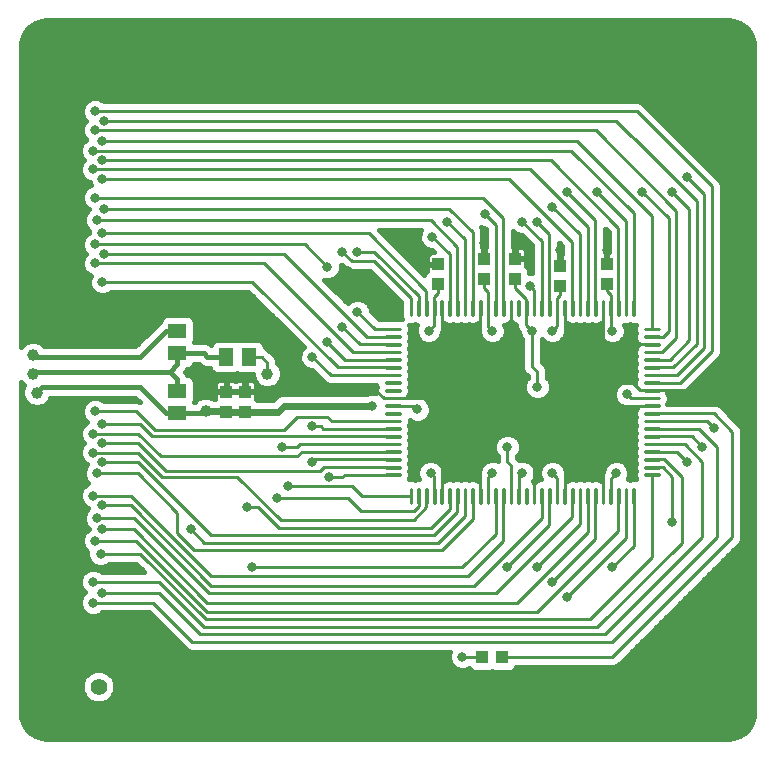
<source format=gtl>
G75*
%MOIN*%
%OFA0B0*%
%FSLAX25Y25*%
%IPPOS*%
%LPD*%
%AMOC8*
5,1,8,0,0,1.08239X$1,22.5*
%
%ADD10C,0.05500*%
%ADD11R,0.05906X0.05118*%
%ADD12R,0.05118X0.05906*%
%ADD13R,0.03937X0.04331*%
%ADD14C,0.00945*%
%ADD15C,0.03962*%
%ADD16C,0.01600*%
%ADD17C,0.01000*%
%ADD18C,0.03175*%
%ADD19C,0.02400*%
D10*
X0035500Y0021900D03*
D11*
X0061800Y0113060D03*
X0061800Y0120540D03*
X0061800Y0133060D03*
X0061800Y0140540D03*
D12*
X0078060Y0131800D03*
X0085540Y0131800D03*
D13*
X0084300Y0120146D03*
X0078050Y0120146D03*
X0078050Y0113454D03*
X0084300Y0113454D03*
X0148675Y0155954D03*
X0148675Y0162646D03*
X0163988Y0164521D03*
X0163988Y0157829D03*
X0174300Y0157829D03*
X0174300Y0164521D03*
X0189300Y0162021D03*
X0189300Y0155329D03*
X0204925Y0155954D03*
X0204925Y0162646D03*
X0170146Y0031800D03*
X0163454Y0031800D03*
D14*
X0162843Y0083168D02*
X0162607Y0083168D01*
X0162607Y0087736D01*
X0162843Y0087736D01*
X0162843Y0083168D01*
X0162843Y0084112D02*
X0162607Y0084112D01*
X0162607Y0085056D02*
X0162843Y0085056D01*
X0162843Y0086000D02*
X0162607Y0086000D01*
X0162607Y0086944D02*
X0162843Y0086944D01*
X0165166Y0083168D02*
X0165402Y0083168D01*
X0165166Y0083168D02*
X0165166Y0087736D01*
X0165402Y0087736D01*
X0165402Y0083168D01*
X0165402Y0084112D02*
X0165166Y0084112D01*
X0165166Y0085056D02*
X0165402Y0085056D01*
X0165402Y0086000D02*
X0165166Y0086000D01*
X0165166Y0086944D02*
X0165402Y0086944D01*
X0167725Y0083168D02*
X0167961Y0083168D01*
X0167725Y0083168D02*
X0167725Y0087736D01*
X0167961Y0087736D01*
X0167961Y0083168D01*
X0167961Y0084112D02*
X0167725Y0084112D01*
X0167725Y0085056D02*
X0167961Y0085056D01*
X0167961Y0086000D02*
X0167725Y0086000D01*
X0167725Y0086944D02*
X0167961Y0086944D01*
X0170284Y0083168D02*
X0170520Y0083168D01*
X0170284Y0083168D02*
X0170284Y0087736D01*
X0170520Y0087736D01*
X0170520Y0083168D01*
X0170520Y0084112D02*
X0170284Y0084112D01*
X0170284Y0085056D02*
X0170520Y0085056D01*
X0170520Y0086000D02*
X0170284Y0086000D01*
X0170284Y0086944D02*
X0170520Y0086944D01*
X0172843Y0083168D02*
X0173079Y0083168D01*
X0172843Y0083168D02*
X0172843Y0087736D01*
X0173079Y0087736D01*
X0173079Y0083168D01*
X0173079Y0084112D02*
X0172843Y0084112D01*
X0172843Y0085056D02*
X0173079Y0085056D01*
X0173079Y0086000D02*
X0172843Y0086000D01*
X0172843Y0086944D02*
X0173079Y0086944D01*
X0175402Y0083168D02*
X0175638Y0083168D01*
X0175402Y0083168D02*
X0175402Y0087736D01*
X0175638Y0087736D01*
X0175638Y0083168D01*
X0175638Y0084112D02*
X0175402Y0084112D01*
X0175402Y0085056D02*
X0175638Y0085056D01*
X0175638Y0086000D02*
X0175402Y0086000D01*
X0175402Y0086944D02*
X0175638Y0086944D01*
X0177962Y0083168D02*
X0178198Y0083168D01*
X0177962Y0083168D02*
X0177962Y0087736D01*
X0178198Y0087736D01*
X0178198Y0083168D01*
X0178198Y0084112D02*
X0177962Y0084112D01*
X0177962Y0085056D02*
X0178198Y0085056D01*
X0178198Y0086000D02*
X0177962Y0086000D01*
X0177962Y0086944D02*
X0178198Y0086944D01*
X0180521Y0083168D02*
X0180757Y0083168D01*
X0180521Y0083168D02*
X0180521Y0087736D01*
X0180757Y0087736D01*
X0180757Y0083168D01*
X0180757Y0084112D02*
X0180521Y0084112D01*
X0180521Y0085056D02*
X0180757Y0085056D01*
X0180757Y0086000D02*
X0180521Y0086000D01*
X0180521Y0086944D02*
X0180757Y0086944D01*
X0183080Y0083168D02*
X0183316Y0083168D01*
X0183080Y0083168D02*
X0183080Y0087736D01*
X0183316Y0087736D01*
X0183316Y0083168D01*
X0183316Y0084112D02*
X0183080Y0084112D01*
X0183080Y0085056D02*
X0183316Y0085056D01*
X0183316Y0086000D02*
X0183080Y0086000D01*
X0183080Y0086944D02*
X0183316Y0086944D01*
X0185639Y0083168D02*
X0185875Y0083168D01*
X0185639Y0083168D02*
X0185639Y0087736D01*
X0185875Y0087736D01*
X0185875Y0083168D01*
X0185875Y0084112D02*
X0185639Y0084112D01*
X0185639Y0085056D02*
X0185875Y0085056D01*
X0185875Y0086000D02*
X0185639Y0086000D01*
X0185639Y0086944D02*
X0185875Y0086944D01*
X0188198Y0083168D02*
X0188434Y0083168D01*
X0188198Y0083168D02*
X0188198Y0087736D01*
X0188434Y0087736D01*
X0188434Y0083168D01*
X0188434Y0084112D02*
X0188198Y0084112D01*
X0188198Y0085056D02*
X0188434Y0085056D01*
X0188434Y0086000D02*
X0188198Y0086000D01*
X0188198Y0086944D02*
X0188434Y0086944D01*
X0190757Y0083168D02*
X0190993Y0083168D01*
X0190757Y0083168D02*
X0190757Y0087736D01*
X0190993Y0087736D01*
X0190993Y0083168D01*
X0190993Y0084112D02*
X0190757Y0084112D01*
X0190757Y0085056D02*
X0190993Y0085056D01*
X0190993Y0086000D02*
X0190757Y0086000D01*
X0190757Y0086944D02*
X0190993Y0086944D01*
X0193316Y0083168D02*
X0193552Y0083168D01*
X0193316Y0083168D02*
X0193316Y0087736D01*
X0193552Y0087736D01*
X0193552Y0083168D01*
X0193552Y0084112D02*
X0193316Y0084112D01*
X0193316Y0085056D02*
X0193552Y0085056D01*
X0193552Y0086000D02*
X0193316Y0086000D01*
X0193316Y0086944D02*
X0193552Y0086944D01*
X0195875Y0083168D02*
X0196111Y0083168D01*
X0195875Y0083168D02*
X0195875Y0087736D01*
X0196111Y0087736D01*
X0196111Y0083168D01*
X0196111Y0084112D02*
X0195875Y0084112D01*
X0195875Y0085056D02*
X0196111Y0085056D01*
X0196111Y0086000D02*
X0195875Y0086000D01*
X0195875Y0086944D02*
X0196111Y0086944D01*
X0198434Y0083168D02*
X0198670Y0083168D01*
X0198434Y0083168D02*
X0198434Y0087736D01*
X0198670Y0087736D01*
X0198670Y0083168D01*
X0198670Y0084112D02*
X0198434Y0084112D01*
X0198434Y0085056D02*
X0198670Y0085056D01*
X0198670Y0086000D02*
X0198434Y0086000D01*
X0198434Y0086944D02*
X0198670Y0086944D01*
X0200993Y0083168D02*
X0201229Y0083168D01*
X0200993Y0083168D02*
X0200993Y0087736D01*
X0201229Y0087736D01*
X0201229Y0083168D01*
X0201229Y0084112D02*
X0200993Y0084112D01*
X0200993Y0085056D02*
X0201229Y0085056D01*
X0201229Y0086000D02*
X0200993Y0086000D01*
X0200993Y0086944D02*
X0201229Y0086944D01*
X0203552Y0083168D02*
X0203788Y0083168D01*
X0203552Y0083168D02*
X0203552Y0087736D01*
X0203788Y0087736D01*
X0203788Y0083168D01*
X0203788Y0084112D02*
X0203552Y0084112D01*
X0203552Y0085056D02*
X0203788Y0085056D01*
X0203788Y0086000D02*
X0203552Y0086000D01*
X0203552Y0086944D02*
X0203788Y0086944D01*
X0206111Y0083168D02*
X0206347Y0083168D01*
X0206111Y0083168D02*
X0206111Y0087736D01*
X0206347Y0087736D01*
X0206347Y0083168D01*
X0206347Y0084112D02*
X0206111Y0084112D01*
X0206111Y0085056D02*
X0206347Y0085056D01*
X0206347Y0086000D02*
X0206111Y0086000D01*
X0206111Y0086944D02*
X0206347Y0086944D01*
X0208670Y0083168D02*
X0208906Y0083168D01*
X0208670Y0083168D02*
X0208670Y0087736D01*
X0208906Y0087736D01*
X0208906Y0083168D01*
X0208906Y0084112D02*
X0208670Y0084112D01*
X0208670Y0085056D02*
X0208906Y0085056D01*
X0208906Y0086000D02*
X0208670Y0086000D01*
X0208670Y0086944D02*
X0208906Y0086944D01*
X0211229Y0083168D02*
X0211465Y0083168D01*
X0211229Y0083168D02*
X0211229Y0087736D01*
X0211465Y0087736D01*
X0211465Y0083168D01*
X0211465Y0084112D02*
X0211229Y0084112D01*
X0211229Y0085056D02*
X0211465Y0085056D01*
X0211465Y0086000D02*
X0211229Y0086000D01*
X0211229Y0086944D02*
X0211465Y0086944D01*
X0213788Y0083168D02*
X0214024Y0083168D01*
X0213788Y0083168D02*
X0213788Y0087736D01*
X0214024Y0087736D01*
X0214024Y0083168D01*
X0214024Y0084112D02*
X0213788Y0084112D01*
X0213788Y0085056D02*
X0214024Y0085056D01*
X0214024Y0086000D02*
X0213788Y0086000D01*
X0213788Y0086944D02*
X0214024Y0086944D01*
X0222243Y0092371D02*
X0222243Y0092607D01*
X0222243Y0092371D02*
X0217675Y0092371D01*
X0217675Y0092607D01*
X0222243Y0092607D01*
X0222243Y0094930D02*
X0222243Y0095166D01*
X0222243Y0094930D02*
X0217675Y0094930D01*
X0217675Y0095166D01*
X0222243Y0095166D01*
X0222243Y0097489D02*
X0222243Y0097725D01*
X0222243Y0097489D02*
X0217675Y0097489D01*
X0217675Y0097725D01*
X0222243Y0097725D01*
X0222243Y0100048D02*
X0222243Y0100284D01*
X0222243Y0100048D02*
X0217675Y0100048D01*
X0217675Y0100284D01*
X0222243Y0100284D01*
X0222243Y0102607D02*
X0222243Y0102843D01*
X0222243Y0102607D02*
X0217675Y0102607D01*
X0217675Y0102843D01*
X0222243Y0102843D01*
X0222243Y0105166D02*
X0222243Y0105402D01*
X0222243Y0105166D02*
X0217675Y0105166D01*
X0217675Y0105402D01*
X0222243Y0105402D01*
X0222243Y0107725D02*
X0222243Y0107961D01*
X0222243Y0107725D02*
X0217675Y0107725D01*
X0217675Y0107961D01*
X0222243Y0107961D01*
X0222243Y0110284D02*
X0222243Y0110520D01*
X0222243Y0110284D02*
X0217675Y0110284D01*
X0217675Y0110520D01*
X0222243Y0110520D01*
X0222243Y0112843D02*
X0222243Y0113079D01*
X0222243Y0112843D02*
X0217675Y0112843D01*
X0217675Y0113079D01*
X0222243Y0113079D01*
X0222243Y0115402D02*
X0222243Y0115638D01*
X0222243Y0115402D02*
X0217675Y0115402D01*
X0217675Y0115638D01*
X0222243Y0115638D01*
X0222243Y0117962D02*
X0222243Y0118198D01*
X0222243Y0117962D02*
X0217675Y0117962D01*
X0217675Y0118198D01*
X0222243Y0118198D01*
X0222243Y0120521D02*
X0222243Y0120757D01*
X0222243Y0120521D02*
X0217675Y0120521D01*
X0217675Y0120757D01*
X0222243Y0120757D01*
X0222243Y0123080D02*
X0222243Y0123316D01*
X0222243Y0123080D02*
X0217675Y0123080D01*
X0217675Y0123316D01*
X0222243Y0123316D01*
X0222243Y0125639D02*
X0222243Y0125875D01*
X0222243Y0125639D02*
X0217675Y0125639D01*
X0217675Y0125875D01*
X0222243Y0125875D01*
X0222243Y0128198D02*
X0222243Y0128434D01*
X0222243Y0128198D02*
X0217675Y0128198D01*
X0217675Y0128434D01*
X0222243Y0128434D01*
X0222243Y0130757D02*
X0222243Y0130993D01*
X0222243Y0130757D02*
X0217675Y0130757D01*
X0217675Y0130993D01*
X0222243Y0130993D01*
X0222243Y0133316D02*
X0222243Y0133552D01*
X0222243Y0133316D02*
X0217675Y0133316D01*
X0217675Y0133552D01*
X0222243Y0133552D01*
X0222243Y0135875D02*
X0222243Y0136111D01*
X0222243Y0135875D02*
X0217675Y0135875D01*
X0217675Y0136111D01*
X0222243Y0136111D01*
X0222243Y0138434D02*
X0222243Y0138670D01*
X0222243Y0138434D02*
X0217675Y0138434D01*
X0217675Y0138670D01*
X0222243Y0138670D01*
X0222243Y0140993D02*
X0222243Y0141229D01*
X0222243Y0140993D02*
X0217675Y0140993D01*
X0217675Y0141229D01*
X0222243Y0141229D01*
X0214024Y0150432D02*
X0213788Y0150432D01*
X0214024Y0150432D02*
X0214024Y0145864D01*
X0213788Y0145864D01*
X0213788Y0150432D01*
X0213788Y0146808D02*
X0214024Y0146808D01*
X0214024Y0147752D02*
X0213788Y0147752D01*
X0213788Y0148696D02*
X0214024Y0148696D01*
X0214024Y0149640D02*
X0213788Y0149640D01*
X0211465Y0150432D02*
X0211229Y0150432D01*
X0211465Y0150432D02*
X0211465Y0145864D01*
X0211229Y0145864D01*
X0211229Y0150432D01*
X0211229Y0146808D02*
X0211465Y0146808D01*
X0211465Y0147752D02*
X0211229Y0147752D01*
X0211229Y0148696D02*
X0211465Y0148696D01*
X0211465Y0149640D02*
X0211229Y0149640D01*
X0208906Y0150432D02*
X0208670Y0150432D01*
X0208906Y0150432D02*
X0208906Y0145864D01*
X0208670Y0145864D01*
X0208670Y0150432D01*
X0208670Y0146808D02*
X0208906Y0146808D01*
X0208906Y0147752D02*
X0208670Y0147752D01*
X0208670Y0148696D02*
X0208906Y0148696D01*
X0208906Y0149640D02*
X0208670Y0149640D01*
X0206347Y0150432D02*
X0206111Y0150432D01*
X0206347Y0150432D02*
X0206347Y0145864D01*
X0206111Y0145864D01*
X0206111Y0150432D01*
X0206111Y0146808D02*
X0206347Y0146808D01*
X0206347Y0147752D02*
X0206111Y0147752D01*
X0206111Y0148696D02*
X0206347Y0148696D01*
X0206347Y0149640D02*
X0206111Y0149640D01*
X0203788Y0150432D02*
X0203552Y0150432D01*
X0203788Y0150432D02*
X0203788Y0145864D01*
X0203552Y0145864D01*
X0203552Y0150432D01*
X0203552Y0146808D02*
X0203788Y0146808D01*
X0203788Y0147752D02*
X0203552Y0147752D01*
X0203552Y0148696D02*
X0203788Y0148696D01*
X0203788Y0149640D02*
X0203552Y0149640D01*
X0201229Y0150432D02*
X0200993Y0150432D01*
X0201229Y0150432D02*
X0201229Y0145864D01*
X0200993Y0145864D01*
X0200993Y0150432D01*
X0200993Y0146808D02*
X0201229Y0146808D01*
X0201229Y0147752D02*
X0200993Y0147752D01*
X0200993Y0148696D02*
X0201229Y0148696D01*
X0201229Y0149640D02*
X0200993Y0149640D01*
X0198670Y0150432D02*
X0198434Y0150432D01*
X0198670Y0150432D02*
X0198670Y0145864D01*
X0198434Y0145864D01*
X0198434Y0150432D01*
X0198434Y0146808D02*
X0198670Y0146808D01*
X0198670Y0147752D02*
X0198434Y0147752D01*
X0198434Y0148696D02*
X0198670Y0148696D01*
X0198670Y0149640D02*
X0198434Y0149640D01*
X0196111Y0150432D02*
X0195875Y0150432D01*
X0196111Y0150432D02*
X0196111Y0145864D01*
X0195875Y0145864D01*
X0195875Y0150432D01*
X0195875Y0146808D02*
X0196111Y0146808D01*
X0196111Y0147752D02*
X0195875Y0147752D01*
X0195875Y0148696D02*
X0196111Y0148696D01*
X0196111Y0149640D02*
X0195875Y0149640D01*
X0193552Y0150432D02*
X0193316Y0150432D01*
X0193552Y0150432D02*
X0193552Y0145864D01*
X0193316Y0145864D01*
X0193316Y0150432D01*
X0193316Y0146808D02*
X0193552Y0146808D01*
X0193552Y0147752D02*
X0193316Y0147752D01*
X0193316Y0148696D02*
X0193552Y0148696D01*
X0193552Y0149640D02*
X0193316Y0149640D01*
X0190993Y0150432D02*
X0190757Y0150432D01*
X0190993Y0150432D02*
X0190993Y0145864D01*
X0190757Y0145864D01*
X0190757Y0150432D01*
X0190757Y0146808D02*
X0190993Y0146808D01*
X0190993Y0147752D02*
X0190757Y0147752D01*
X0190757Y0148696D02*
X0190993Y0148696D01*
X0190993Y0149640D02*
X0190757Y0149640D01*
X0188434Y0150432D02*
X0188198Y0150432D01*
X0188434Y0150432D02*
X0188434Y0145864D01*
X0188198Y0145864D01*
X0188198Y0150432D01*
X0188198Y0146808D02*
X0188434Y0146808D01*
X0188434Y0147752D02*
X0188198Y0147752D01*
X0188198Y0148696D02*
X0188434Y0148696D01*
X0188434Y0149640D02*
X0188198Y0149640D01*
X0185875Y0150432D02*
X0185639Y0150432D01*
X0185875Y0150432D02*
X0185875Y0145864D01*
X0185639Y0145864D01*
X0185639Y0150432D01*
X0185639Y0146808D02*
X0185875Y0146808D01*
X0185875Y0147752D02*
X0185639Y0147752D01*
X0185639Y0148696D02*
X0185875Y0148696D01*
X0185875Y0149640D02*
X0185639Y0149640D01*
X0183316Y0150432D02*
X0183080Y0150432D01*
X0183316Y0150432D02*
X0183316Y0145864D01*
X0183080Y0145864D01*
X0183080Y0150432D01*
X0183080Y0146808D02*
X0183316Y0146808D01*
X0183316Y0147752D02*
X0183080Y0147752D01*
X0183080Y0148696D02*
X0183316Y0148696D01*
X0183316Y0149640D02*
X0183080Y0149640D01*
X0180757Y0150432D02*
X0180521Y0150432D01*
X0180757Y0150432D02*
X0180757Y0145864D01*
X0180521Y0145864D01*
X0180521Y0150432D01*
X0180521Y0146808D02*
X0180757Y0146808D01*
X0180757Y0147752D02*
X0180521Y0147752D01*
X0180521Y0148696D02*
X0180757Y0148696D01*
X0180757Y0149640D02*
X0180521Y0149640D01*
X0178198Y0150432D02*
X0177962Y0150432D01*
X0178198Y0150432D02*
X0178198Y0145864D01*
X0177962Y0145864D01*
X0177962Y0150432D01*
X0177962Y0146808D02*
X0178198Y0146808D01*
X0178198Y0147752D02*
X0177962Y0147752D01*
X0177962Y0148696D02*
X0178198Y0148696D01*
X0178198Y0149640D02*
X0177962Y0149640D01*
X0175638Y0150432D02*
X0175402Y0150432D01*
X0175638Y0150432D02*
X0175638Y0145864D01*
X0175402Y0145864D01*
X0175402Y0150432D01*
X0175402Y0146808D02*
X0175638Y0146808D01*
X0175638Y0147752D02*
X0175402Y0147752D01*
X0175402Y0148696D02*
X0175638Y0148696D01*
X0175638Y0149640D02*
X0175402Y0149640D01*
X0173079Y0150432D02*
X0172843Y0150432D01*
X0173079Y0150432D02*
X0173079Y0145864D01*
X0172843Y0145864D01*
X0172843Y0150432D01*
X0172843Y0146808D02*
X0173079Y0146808D01*
X0173079Y0147752D02*
X0172843Y0147752D01*
X0172843Y0148696D02*
X0173079Y0148696D01*
X0173079Y0149640D02*
X0172843Y0149640D01*
X0170520Y0150432D02*
X0170284Y0150432D01*
X0170520Y0150432D02*
X0170520Y0145864D01*
X0170284Y0145864D01*
X0170284Y0150432D01*
X0170284Y0146808D02*
X0170520Y0146808D01*
X0170520Y0147752D02*
X0170284Y0147752D01*
X0170284Y0148696D02*
X0170520Y0148696D01*
X0170520Y0149640D02*
X0170284Y0149640D01*
X0167961Y0150432D02*
X0167725Y0150432D01*
X0167961Y0150432D02*
X0167961Y0145864D01*
X0167725Y0145864D01*
X0167725Y0150432D01*
X0167725Y0146808D02*
X0167961Y0146808D01*
X0167961Y0147752D02*
X0167725Y0147752D01*
X0167725Y0148696D02*
X0167961Y0148696D01*
X0167961Y0149640D02*
X0167725Y0149640D01*
X0165402Y0150432D02*
X0165166Y0150432D01*
X0165402Y0150432D02*
X0165402Y0145864D01*
X0165166Y0145864D01*
X0165166Y0150432D01*
X0165166Y0146808D02*
X0165402Y0146808D01*
X0165402Y0147752D02*
X0165166Y0147752D01*
X0165166Y0148696D02*
X0165402Y0148696D01*
X0165402Y0149640D02*
X0165166Y0149640D01*
X0162843Y0150432D02*
X0162607Y0150432D01*
X0162843Y0150432D02*
X0162843Y0145864D01*
X0162607Y0145864D01*
X0162607Y0150432D01*
X0162607Y0146808D02*
X0162843Y0146808D01*
X0162843Y0147752D02*
X0162607Y0147752D01*
X0162607Y0148696D02*
X0162843Y0148696D01*
X0162843Y0149640D02*
X0162607Y0149640D01*
X0160284Y0150432D02*
X0160048Y0150432D01*
X0160284Y0150432D02*
X0160284Y0145864D01*
X0160048Y0145864D01*
X0160048Y0150432D01*
X0160048Y0146808D02*
X0160284Y0146808D01*
X0160284Y0147752D02*
X0160048Y0147752D01*
X0160048Y0148696D02*
X0160284Y0148696D01*
X0160284Y0149640D02*
X0160048Y0149640D01*
X0157725Y0150432D02*
X0157489Y0150432D01*
X0157725Y0150432D02*
X0157725Y0145864D01*
X0157489Y0145864D01*
X0157489Y0150432D01*
X0157489Y0146808D02*
X0157725Y0146808D01*
X0157725Y0147752D02*
X0157489Y0147752D01*
X0157489Y0148696D02*
X0157725Y0148696D01*
X0157725Y0149640D02*
X0157489Y0149640D01*
X0155166Y0150432D02*
X0154930Y0150432D01*
X0155166Y0150432D02*
X0155166Y0145864D01*
X0154930Y0145864D01*
X0154930Y0150432D01*
X0154930Y0146808D02*
X0155166Y0146808D01*
X0155166Y0147752D02*
X0154930Y0147752D01*
X0154930Y0148696D02*
X0155166Y0148696D01*
X0155166Y0149640D02*
X0154930Y0149640D01*
X0152607Y0150432D02*
X0152371Y0150432D01*
X0152607Y0150432D02*
X0152607Y0145864D01*
X0152371Y0145864D01*
X0152371Y0150432D01*
X0152371Y0146808D02*
X0152607Y0146808D01*
X0152607Y0147752D02*
X0152371Y0147752D01*
X0152371Y0148696D02*
X0152607Y0148696D01*
X0152607Y0149640D02*
X0152371Y0149640D01*
X0150048Y0150432D02*
X0149812Y0150432D01*
X0150048Y0150432D02*
X0150048Y0145864D01*
X0149812Y0145864D01*
X0149812Y0150432D01*
X0149812Y0146808D02*
X0150048Y0146808D01*
X0150048Y0147752D02*
X0149812Y0147752D01*
X0149812Y0148696D02*
X0150048Y0148696D01*
X0150048Y0149640D02*
X0149812Y0149640D01*
X0147489Y0150432D02*
X0147253Y0150432D01*
X0147489Y0150432D02*
X0147489Y0145864D01*
X0147253Y0145864D01*
X0147253Y0150432D01*
X0147253Y0146808D02*
X0147489Y0146808D01*
X0147489Y0147752D02*
X0147253Y0147752D01*
X0147253Y0148696D02*
X0147489Y0148696D01*
X0147489Y0149640D02*
X0147253Y0149640D01*
X0144930Y0150432D02*
X0144694Y0150432D01*
X0144930Y0150432D02*
X0144930Y0145864D01*
X0144694Y0145864D01*
X0144694Y0150432D01*
X0144694Y0146808D02*
X0144930Y0146808D01*
X0144930Y0147752D02*
X0144694Y0147752D01*
X0144694Y0148696D02*
X0144930Y0148696D01*
X0144930Y0149640D02*
X0144694Y0149640D01*
X0142371Y0150432D02*
X0142135Y0150432D01*
X0142371Y0150432D02*
X0142371Y0145864D01*
X0142135Y0145864D01*
X0142135Y0150432D01*
X0142135Y0146808D02*
X0142371Y0146808D01*
X0142371Y0147752D02*
X0142135Y0147752D01*
X0142135Y0148696D02*
X0142371Y0148696D01*
X0142371Y0149640D02*
X0142135Y0149640D01*
X0139812Y0150432D02*
X0139576Y0150432D01*
X0139812Y0150432D02*
X0139812Y0145864D01*
X0139576Y0145864D01*
X0139576Y0150432D01*
X0139576Y0146808D02*
X0139812Y0146808D01*
X0139812Y0147752D02*
X0139576Y0147752D01*
X0139576Y0148696D02*
X0139812Y0148696D01*
X0139812Y0149640D02*
X0139576Y0149640D01*
X0131357Y0141229D02*
X0131357Y0140993D01*
X0131357Y0141229D02*
X0135925Y0141229D01*
X0135925Y0140993D01*
X0131357Y0140993D01*
X0131357Y0138670D02*
X0131357Y0138434D01*
X0131357Y0138670D02*
X0135925Y0138670D01*
X0135925Y0138434D01*
X0131357Y0138434D01*
X0131357Y0136111D02*
X0131357Y0135875D01*
X0131357Y0136111D02*
X0135925Y0136111D01*
X0135925Y0135875D01*
X0131357Y0135875D01*
X0131357Y0133552D02*
X0131357Y0133316D01*
X0131357Y0133552D02*
X0135925Y0133552D01*
X0135925Y0133316D01*
X0131357Y0133316D01*
X0131357Y0130993D02*
X0131357Y0130757D01*
X0131357Y0130993D02*
X0135925Y0130993D01*
X0135925Y0130757D01*
X0131357Y0130757D01*
X0131357Y0128434D02*
X0131357Y0128198D01*
X0131357Y0128434D02*
X0135925Y0128434D01*
X0135925Y0128198D01*
X0131357Y0128198D01*
X0131357Y0125875D02*
X0131357Y0125639D01*
X0131357Y0125875D02*
X0135925Y0125875D01*
X0135925Y0125639D01*
X0131357Y0125639D01*
X0131357Y0123316D02*
X0131357Y0123080D01*
X0131357Y0123316D02*
X0135925Y0123316D01*
X0135925Y0123080D01*
X0131357Y0123080D01*
X0131357Y0120757D02*
X0131357Y0120521D01*
X0131357Y0120757D02*
X0135925Y0120757D01*
X0135925Y0120521D01*
X0131357Y0120521D01*
X0131357Y0118198D02*
X0131357Y0117962D01*
X0131357Y0118198D02*
X0135925Y0118198D01*
X0135925Y0117962D01*
X0131357Y0117962D01*
X0131357Y0115638D02*
X0131357Y0115402D01*
X0131357Y0115638D02*
X0135925Y0115638D01*
X0135925Y0115402D01*
X0131357Y0115402D01*
X0131357Y0113079D02*
X0131357Y0112843D01*
X0131357Y0113079D02*
X0135925Y0113079D01*
X0135925Y0112843D01*
X0131357Y0112843D01*
X0131357Y0110520D02*
X0131357Y0110284D01*
X0131357Y0110520D02*
X0135925Y0110520D01*
X0135925Y0110284D01*
X0131357Y0110284D01*
X0131357Y0107961D02*
X0131357Y0107725D01*
X0131357Y0107961D02*
X0135925Y0107961D01*
X0135925Y0107725D01*
X0131357Y0107725D01*
X0131357Y0105402D02*
X0131357Y0105166D01*
X0131357Y0105402D02*
X0135925Y0105402D01*
X0135925Y0105166D01*
X0131357Y0105166D01*
X0131357Y0102843D02*
X0131357Y0102607D01*
X0131357Y0102843D02*
X0135925Y0102843D01*
X0135925Y0102607D01*
X0131357Y0102607D01*
X0131357Y0100284D02*
X0131357Y0100048D01*
X0131357Y0100284D02*
X0135925Y0100284D01*
X0135925Y0100048D01*
X0131357Y0100048D01*
X0131357Y0097725D02*
X0131357Y0097489D01*
X0131357Y0097725D02*
X0135925Y0097725D01*
X0135925Y0097489D01*
X0131357Y0097489D01*
X0131357Y0095166D02*
X0131357Y0094930D01*
X0131357Y0095166D02*
X0135925Y0095166D01*
X0135925Y0094930D01*
X0131357Y0094930D01*
X0131357Y0092607D02*
X0131357Y0092371D01*
X0131357Y0092607D02*
X0135925Y0092607D01*
X0135925Y0092371D01*
X0131357Y0092371D01*
X0139576Y0083168D02*
X0139812Y0083168D01*
X0139576Y0083168D02*
X0139576Y0087736D01*
X0139812Y0087736D01*
X0139812Y0083168D01*
X0139812Y0084112D02*
X0139576Y0084112D01*
X0139576Y0085056D02*
X0139812Y0085056D01*
X0139812Y0086000D02*
X0139576Y0086000D01*
X0139576Y0086944D02*
X0139812Y0086944D01*
X0142135Y0083168D02*
X0142371Y0083168D01*
X0142135Y0083168D02*
X0142135Y0087736D01*
X0142371Y0087736D01*
X0142371Y0083168D01*
X0142371Y0084112D02*
X0142135Y0084112D01*
X0142135Y0085056D02*
X0142371Y0085056D01*
X0142371Y0086000D02*
X0142135Y0086000D01*
X0142135Y0086944D02*
X0142371Y0086944D01*
X0144694Y0083168D02*
X0144930Y0083168D01*
X0144694Y0083168D02*
X0144694Y0087736D01*
X0144930Y0087736D01*
X0144930Y0083168D01*
X0144930Y0084112D02*
X0144694Y0084112D01*
X0144694Y0085056D02*
X0144930Y0085056D01*
X0144930Y0086000D02*
X0144694Y0086000D01*
X0144694Y0086944D02*
X0144930Y0086944D01*
X0147253Y0083168D02*
X0147489Y0083168D01*
X0147253Y0083168D02*
X0147253Y0087736D01*
X0147489Y0087736D01*
X0147489Y0083168D01*
X0147489Y0084112D02*
X0147253Y0084112D01*
X0147253Y0085056D02*
X0147489Y0085056D01*
X0147489Y0086000D02*
X0147253Y0086000D01*
X0147253Y0086944D02*
X0147489Y0086944D01*
X0149812Y0083168D02*
X0150048Y0083168D01*
X0149812Y0083168D02*
X0149812Y0087736D01*
X0150048Y0087736D01*
X0150048Y0083168D01*
X0150048Y0084112D02*
X0149812Y0084112D01*
X0149812Y0085056D02*
X0150048Y0085056D01*
X0150048Y0086000D02*
X0149812Y0086000D01*
X0149812Y0086944D02*
X0150048Y0086944D01*
X0152371Y0083168D02*
X0152607Y0083168D01*
X0152371Y0083168D02*
X0152371Y0087736D01*
X0152607Y0087736D01*
X0152607Y0083168D01*
X0152607Y0084112D02*
X0152371Y0084112D01*
X0152371Y0085056D02*
X0152607Y0085056D01*
X0152607Y0086000D02*
X0152371Y0086000D01*
X0152371Y0086944D02*
X0152607Y0086944D01*
X0154930Y0083168D02*
X0155166Y0083168D01*
X0154930Y0083168D02*
X0154930Y0087736D01*
X0155166Y0087736D01*
X0155166Y0083168D01*
X0155166Y0084112D02*
X0154930Y0084112D01*
X0154930Y0085056D02*
X0155166Y0085056D01*
X0155166Y0086000D02*
X0154930Y0086000D01*
X0154930Y0086944D02*
X0155166Y0086944D01*
X0157489Y0083168D02*
X0157725Y0083168D01*
X0157489Y0083168D02*
X0157489Y0087736D01*
X0157725Y0087736D01*
X0157725Y0083168D01*
X0157725Y0084112D02*
X0157489Y0084112D01*
X0157489Y0085056D02*
X0157725Y0085056D01*
X0157725Y0086000D02*
X0157489Y0086000D01*
X0157489Y0086944D02*
X0157725Y0086944D01*
X0160048Y0083168D02*
X0160284Y0083168D01*
X0160048Y0083168D02*
X0160048Y0087736D01*
X0160284Y0087736D01*
X0160284Y0083168D01*
X0160284Y0084112D02*
X0160048Y0084112D01*
X0160048Y0085056D02*
X0160284Y0085056D01*
X0160284Y0086000D02*
X0160048Y0086000D01*
X0160048Y0086944D02*
X0160284Y0086944D01*
D15*
X0091800Y0126175D03*
X0071175Y0113675D03*
X0014925Y0119925D03*
X0013675Y0126175D03*
X0013675Y0132425D03*
X0034925Y0031800D03*
D16*
X0009703Y0011669D02*
X0010513Y0009176D01*
X0012055Y0007055D01*
X0014176Y0005513D01*
X0016669Y0004703D01*
X0017980Y0004600D01*
X0245620Y0004600D01*
X0246931Y0004703D01*
X0249424Y0005513D01*
X0251545Y0007055D01*
X0253087Y0009176D01*
X0253897Y0011669D01*
X0254000Y0012980D01*
X0254000Y0235620D01*
X0253897Y0236931D01*
X0253087Y0239424D01*
X0251545Y0241545D01*
X0249424Y0243087D01*
X0246931Y0243897D01*
X0245620Y0244000D01*
X0017980Y0244000D01*
X0016669Y0243897D01*
X0014176Y0243087D01*
X0012055Y0241545D01*
X0010513Y0239424D01*
X0009703Y0236931D01*
X0009600Y0235620D01*
X0009600Y0135081D01*
X0009622Y0135133D01*
X0010967Y0136478D01*
X0012724Y0137206D01*
X0014626Y0137206D01*
X0016383Y0136478D01*
X0017461Y0135400D01*
X0047809Y0135400D01*
X0054988Y0142579D01*
X0056001Y0143592D01*
X0056047Y0143611D01*
X0056047Y0143656D01*
X0056474Y0144685D01*
X0057261Y0145473D01*
X0058290Y0145899D01*
X0065310Y0145899D01*
X0066339Y0145473D01*
X0067126Y0144685D01*
X0067553Y0143656D01*
X0067553Y0137424D01*
X0067294Y0136800D01*
X0067352Y0136660D01*
X0071256Y0136660D01*
X0072579Y0136112D01*
X0072900Y0135791D01*
X0073127Y0136339D01*
X0073915Y0137126D01*
X0074944Y0137553D01*
X0081176Y0137553D01*
X0081800Y0137294D01*
X0082424Y0137553D01*
X0088656Y0137553D01*
X0089685Y0137126D01*
X0090473Y0136339D01*
X0090899Y0135310D01*
X0090899Y0134968D01*
X0091794Y0134598D01*
X0093669Y0132723D01*
X0094598Y0131794D01*
X0095100Y0130581D01*
X0095100Y0129636D01*
X0095853Y0128883D01*
X0096581Y0127126D01*
X0096581Y0125224D01*
X0095853Y0123467D01*
X0094508Y0122122D01*
X0092751Y0121394D01*
X0090849Y0121394D01*
X0089092Y0122122D01*
X0087747Y0123467D01*
X0087019Y0125224D01*
X0087019Y0126047D01*
X0082424Y0126047D01*
X0081800Y0126306D01*
X0081176Y0126047D01*
X0074944Y0126047D01*
X0073915Y0126474D01*
X0073127Y0127261D01*
X0072738Y0128200D01*
X0071084Y0128200D01*
X0069761Y0128748D01*
X0069049Y0129460D01*
X0067352Y0129460D01*
X0067126Y0128915D01*
X0066339Y0128127D01*
X0065310Y0127701D01*
X0065034Y0127701D01*
X0064852Y0127261D01*
X0064391Y0126800D01*
X0064852Y0126339D01*
X0065034Y0125899D01*
X0065310Y0125899D01*
X0066339Y0125473D01*
X0067126Y0124685D01*
X0067553Y0123656D01*
X0067553Y0117424D01*
X0067294Y0116800D01*
X0067352Y0116660D01*
X0067398Y0116660D01*
X0068467Y0117728D01*
X0070224Y0118456D01*
X0072126Y0118456D01*
X0073883Y0117728D01*
X0073936Y0117675D01*
X0074178Y0117675D01*
X0074281Y0117779D01*
X0074281Y0119962D01*
X0077866Y0119962D01*
X0077866Y0120331D01*
X0077866Y0124112D01*
X0075845Y0124112D01*
X0075387Y0123989D01*
X0074976Y0123752D01*
X0074641Y0123417D01*
X0074404Y0123007D01*
X0074281Y0122549D01*
X0074281Y0120331D01*
X0077866Y0120331D01*
X0078234Y0120331D01*
X0078234Y0124112D01*
X0080255Y0124112D01*
X0080713Y0123989D01*
X0081124Y0123752D01*
X0081175Y0123701D01*
X0081226Y0123752D01*
X0081637Y0123989D01*
X0082095Y0124112D01*
X0084116Y0124112D01*
X0084116Y0120331D01*
X0084484Y0120331D01*
X0084484Y0124112D01*
X0086505Y0124112D01*
X0086963Y0123989D01*
X0087374Y0123752D01*
X0087709Y0123417D01*
X0087946Y0123007D01*
X0088068Y0122549D01*
X0088068Y0120331D01*
X0084484Y0120331D01*
X0084484Y0119962D01*
X0088068Y0119962D01*
X0088068Y0117779D01*
X0088394Y0117454D01*
X0093672Y0117454D01*
X0095159Y0118941D01*
X0096629Y0119550D01*
X0124992Y0119550D01*
X0125927Y0119937D01*
X0127673Y0119937D01*
X0128136Y0119745D01*
X0128085Y0119870D01*
X0128085Y0121408D01*
X0128296Y0121918D01*
X0128085Y0122429D01*
X0128085Y0122457D01*
X0112187Y0122457D01*
X0110974Y0122959D01*
X0106520Y0127413D01*
X0105927Y0127413D01*
X0104315Y0128081D01*
X0103081Y0129315D01*
X0102413Y0130927D01*
X0102413Y0132673D01*
X0103081Y0134285D01*
X0103864Y0135069D01*
X0085433Y0153500D01*
X0039705Y0153500D01*
X0039285Y0153081D01*
X0037673Y0152413D01*
X0035927Y0152413D01*
X0034315Y0153081D01*
X0033081Y0154315D01*
X0032413Y0155927D01*
X0032413Y0157673D01*
X0032911Y0158876D01*
X0031815Y0159331D01*
X0030581Y0160565D01*
X0029913Y0162177D01*
X0029913Y0163923D01*
X0030581Y0165535D01*
X0031220Y0166175D01*
X0030581Y0166815D01*
X0029913Y0168427D01*
X0029913Y0170173D01*
X0030581Y0171785D01*
X0031815Y0173019D01*
X0032413Y0173267D01*
X0032413Y0173733D01*
X0031206Y0174940D01*
X0030538Y0176552D01*
X0030538Y0178298D01*
X0031206Y0179910D01*
X0032300Y0181005D01*
X0031815Y0181206D01*
X0030581Y0182440D01*
X0029913Y0184052D01*
X0029913Y0185798D01*
X0030581Y0187410D01*
X0031815Y0188644D01*
X0032911Y0189099D01*
X0032527Y0190027D01*
X0031190Y0190581D01*
X0029956Y0191815D01*
X0029288Y0193427D01*
X0029288Y0195173D01*
X0029956Y0196785D01*
X0030595Y0197425D01*
X0029956Y0198065D01*
X0029288Y0199677D01*
X0029288Y0201423D01*
X0029956Y0203035D01*
X0031190Y0204269D01*
X0031233Y0204287D01*
X0030581Y0204940D01*
X0029913Y0206552D01*
X0029913Y0208298D01*
X0030581Y0209910D01*
X0031220Y0210550D01*
X0030581Y0211190D01*
X0029913Y0212802D01*
X0029913Y0214548D01*
X0030581Y0216160D01*
X0031815Y0217394D01*
X0033427Y0218062D01*
X0035173Y0218062D01*
X0036785Y0217394D01*
X0037205Y0216975D01*
X0215581Y0216975D01*
X0216794Y0216473D01*
X0217723Y0215544D01*
X0241794Y0191473D01*
X0242723Y0190544D01*
X0243225Y0189331D01*
X0243225Y0133019D01*
X0242723Y0131806D01*
X0241794Y0130877D01*
X0231317Y0120400D01*
X0230104Y0119898D01*
X0225081Y0119898D01*
X0225515Y0118849D01*
X0225515Y0117310D01*
X0225081Y0116261D01*
X0241295Y0116261D01*
X0242508Y0115759D01*
X0248669Y0109598D01*
X0249598Y0108669D01*
X0250100Y0107456D01*
X0250100Y0071144D01*
X0249598Y0069931D01*
X0209598Y0029931D01*
X0208669Y0029002D01*
X0207456Y0028500D01*
X0174676Y0028500D01*
X0174489Y0028049D01*
X0173701Y0027261D01*
X0172672Y0026835D01*
X0167621Y0026835D01*
X0166800Y0027175D01*
X0165979Y0026835D01*
X0160928Y0026835D01*
X0159899Y0027261D01*
X0159140Y0028020D01*
X0157673Y0027413D01*
X0155927Y0027413D01*
X0154315Y0028081D01*
X0153081Y0029315D01*
X0152413Y0030927D01*
X0152413Y0032673D01*
X0152755Y0033500D01*
X0066144Y0033500D01*
X0064931Y0034002D01*
X0052308Y0046625D01*
X0036580Y0046625D01*
X0036160Y0046206D01*
X0034548Y0045538D01*
X0032802Y0045538D01*
X0031190Y0046206D01*
X0029956Y0047440D01*
X0029288Y0049052D01*
X0029288Y0050798D01*
X0029956Y0052410D01*
X0030908Y0053362D01*
X0029956Y0054315D01*
X0029288Y0055927D01*
X0029288Y0057673D01*
X0029956Y0059285D01*
X0031190Y0060519D01*
X0032802Y0061187D01*
X0034548Y0061187D01*
X0036160Y0060519D01*
X0036580Y0060100D01*
X0050708Y0060100D01*
X0047933Y0062875D01*
X0039080Y0062875D01*
X0038660Y0062456D01*
X0037048Y0061788D01*
X0035302Y0061788D01*
X0033690Y0062456D01*
X0032456Y0063690D01*
X0031788Y0065302D01*
X0031788Y0066858D01*
X0030581Y0068065D01*
X0029913Y0069677D01*
X0029913Y0071423D01*
X0030581Y0073035D01*
X0031815Y0074269D01*
X0032300Y0074470D01*
X0031206Y0075565D01*
X0030538Y0077177D01*
X0030538Y0078923D01*
X0031206Y0080535D01*
X0032117Y0081447D01*
X0031190Y0081831D01*
X0029956Y0083065D01*
X0029288Y0084677D01*
X0029288Y0086423D01*
X0029956Y0088035D01*
X0031190Y0089269D01*
X0032117Y0089653D01*
X0031206Y0090565D01*
X0030538Y0092177D01*
X0030538Y0093923D01*
X0031206Y0095535D01*
X0031675Y0096005D01*
X0031190Y0096206D01*
X0029956Y0097440D01*
X0029288Y0099052D01*
X0029288Y0100798D01*
X0029956Y0102410D01*
X0030595Y0103050D01*
X0029956Y0103690D01*
X0029288Y0105302D01*
X0029288Y0107048D01*
X0029956Y0108660D01*
X0031190Y0109894D01*
X0031675Y0110095D01*
X0030581Y0111190D01*
X0029913Y0112802D01*
X0029913Y0114548D01*
X0030581Y0116160D01*
X0031815Y0117394D01*
X0033427Y0118062D01*
X0035173Y0118062D01*
X0036785Y0117394D01*
X0037205Y0116975D01*
X0048706Y0116975D01*
X0049265Y0116743D01*
X0047809Y0118200D01*
X0019385Y0118200D01*
X0018978Y0117217D01*
X0017633Y0115872D01*
X0015876Y0115144D01*
X0013974Y0115144D01*
X0012217Y0115872D01*
X0010872Y0117217D01*
X0010144Y0118974D01*
X0010144Y0120876D01*
X0010750Y0122339D01*
X0009622Y0123467D01*
X0009600Y0123519D01*
X0009600Y0012980D01*
X0009703Y0011669D01*
X0009794Y0011391D02*
X0253806Y0011391D01*
X0254000Y0012990D02*
X0009600Y0012990D01*
X0009600Y0014588D02*
X0254000Y0014588D01*
X0254000Y0016187D02*
X0009600Y0016187D01*
X0009600Y0017785D02*
X0031766Y0017785D01*
X0032356Y0017195D02*
X0034396Y0016350D01*
X0036604Y0016350D01*
X0038644Y0017195D01*
X0040205Y0018756D01*
X0041050Y0020796D01*
X0041050Y0023004D01*
X0040205Y0025044D01*
X0038644Y0026605D01*
X0036604Y0027450D01*
X0034396Y0027450D01*
X0032356Y0026605D01*
X0030795Y0025044D01*
X0029950Y0023004D01*
X0029950Y0020796D01*
X0030795Y0018756D01*
X0032356Y0017195D01*
X0030535Y0019384D02*
X0009600Y0019384D01*
X0009600Y0020982D02*
X0029950Y0020982D01*
X0029950Y0022581D02*
X0009600Y0022581D01*
X0009600Y0024179D02*
X0030437Y0024179D01*
X0031529Y0025778D02*
X0009600Y0025778D01*
X0009600Y0027376D02*
X0034218Y0027376D01*
X0036782Y0027376D02*
X0159784Y0027376D01*
X0153421Y0028975D02*
X0009600Y0028975D01*
X0009600Y0030573D02*
X0152559Y0030573D01*
X0152413Y0032172D02*
X0009600Y0032172D01*
X0009600Y0033770D02*
X0065491Y0033770D01*
X0063564Y0035369D02*
X0009600Y0035369D01*
X0009600Y0036967D02*
X0061966Y0036967D01*
X0060367Y0038566D02*
X0009600Y0038566D01*
X0009600Y0040164D02*
X0058769Y0040164D01*
X0057170Y0041763D02*
X0009600Y0041763D01*
X0009600Y0043361D02*
X0055572Y0043361D01*
X0053973Y0044960D02*
X0009600Y0044960D01*
X0009600Y0046558D02*
X0030837Y0046558D01*
X0029659Y0048157D02*
X0009600Y0048157D01*
X0009600Y0049755D02*
X0029288Y0049755D01*
X0029518Y0051354D02*
X0009600Y0051354D01*
X0009600Y0052952D02*
X0030498Y0052952D01*
X0029858Y0054551D02*
X0009600Y0054551D01*
X0009600Y0056149D02*
X0029288Y0056149D01*
X0029319Y0057748D02*
X0009600Y0057748D01*
X0009600Y0059346D02*
X0030017Y0059346D01*
X0032217Y0060945D02*
X0009600Y0060945D01*
X0009600Y0062543D02*
X0033602Y0062543D01*
X0032268Y0064142D02*
X0009600Y0064142D01*
X0009600Y0065740D02*
X0031788Y0065740D01*
X0031306Y0067339D02*
X0009600Y0067339D01*
X0009600Y0068937D02*
X0030219Y0068937D01*
X0029913Y0070536D02*
X0009600Y0070536D01*
X0009600Y0072134D02*
X0030207Y0072134D01*
X0031278Y0073733D02*
X0009600Y0073733D01*
X0009600Y0075332D02*
X0031439Y0075332D01*
X0030640Y0076930D02*
X0009600Y0076930D01*
X0009600Y0078529D02*
X0030538Y0078529D01*
X0031036Y0080127D02*
X0009600Y0080127D01*
X0009600Y0081726D02*
X0031443Y0081726D01*
X0029848Y0083324D02*
X0009600Y0083324D01*
X0009600Y0084923D02*
X0029288Y0084923D01*
X0029328Y0086521D02*
X0009600Y0086521D01*
X0009600Y0088120D02*
X0030040Y0088120D01*
X0032052Y0089718D02*
X0009600Y0089718D01*
X0009600Y0091317D02*
X0030894Y0091317D01*
X0030538Y0092915D02*
X0009600Y0092915D01*
X0009600Y0094514D02*
X0030782Y0094514D01*
X0031415Y0096112D02*
X0009600Y0096112D01*
X0009600Y0097711D02*
X0029843Y0097711D01*
X0029288Y0099309D02*
X0009600Y0099309D01*
X0009600Y0100908D02*
X0029333Y0100908D01*
X0030051Y0102506D02*
X0009600Y0102506D01*
X0009600Y0104105D02*
X0029784Y0104105D01*
X0029288Y0105703D02*
X0009600Y0105703D01*
X0009600Y0107302D02*
X0029393Y0107302D01*
X0030196Y0108900D02*
X0009600Y0108900D01*
X0009600Y0110499D02*
X0031271Y0110499D01*
X0030205Y0112097D02*
X0009600Y0112097D01*
X0009600Y0113696D02*
X0029913Y0113696D01*
X0030222Y0115294D02*
X0016239Y0115294D01*
X0013611Y0115294D02*
X0009600Y0115294D01*
X0009600Y0116893D02*
X0011196Y0116893D01*
X0010344Y0118491D02*
X0009600Y0118491D01*
X0009600Y0120090D02*
X0010144Y0120090D01*
X0010480Y0121688D02*
X0009600Y0121688D01*
X0009600Y0123287D02*
X0009802Y0123287D01*
X0013675Y0126175D02*
X0014300Y0126800D01*
X0059300Y0126800D01*
X0061800Y0124300D01*
X0061800Y0120540D01*
X0067553Y0120090D02*
X0077866Y0120090D01*
X0078234Y0120090D02*
X0084116Y0120090D01*
X0084116Y0119962D02*
X0078234Y0119962D01*
X0078234Y0120331D01*
X0081818Y0120331D01*
X0084116Y0120331D01*
X0084116Y0119962D01*
X0084484Y0120090D02*
X0128085Y0120090D01*
X0128201Y0121688D02*
X0093462Y0121688D01*
X0095673Y0123287D02*
X0110646Y0123287D01*
X0109048Y0124885D02*
X0096441Y0124885D01*
X0096581Y0126484D02*
X0107449Y0126484D01*
X0104313Y0128082D02*
X0096185Y0128082D01*
X0095100Y0129681D02*
X0102929Y0129681D01*
X0102413Y0131279D02*
X0094811Y0131279D01*
X0093514Y0132878D02*
X0102498Y0132878D01*
X0103272Y0134476D02*
X0091915Y0134476D01*
X0090582Y0136075D02*
X0102858Y0136075D01*
X0101260Y0137673D02*
X0067553Y0137673D01*
X0067553Y0139272D02*
X0099661Y0139272D01*
X0098063Y0140870D02*
X0067553Y0140870D01*
X0067553Y0142469D02*
X0096464Y0142469D01*
X0094866Y0144068D02*
X0067382Y0144068D01*
X0065873Y0145666D02*
X0093267Y0145666D01*
X0091669Y0147265D02*
X0009600Y0147265D01*
X0009600Y0148863D02*
X0090070Y0148863D01*
X0088472Y0150462D02*
X0009600Y0150462D01*
X0009600Y0152060D02*
X0086873Y0152060D01*
X0073018Y0136075D02*
X0072616Y0136075D01*
X0070540Y0133060D02*
X0071800Y0131800D01*
X0078060Y0131800D01*
X0072787Y0128082D02*
X0066231Y0128082D01*
X0064707Y0126484D02*
X0073904Y0126484D01*
X0074566Y0123287D02*
X0067553Y0123287D01*
X0067553Y0121688D02*
X0074281Y0121688D01*
X0077866Y0121688D02*
X0078234Y0121688D01*
X0078234Y0123287D02*
X0077866Y0123287D01*
X0074281Y0118491D02*
X0067553Y0118491D01*
X0067631Y0116893D02*
X0067333Y0116893D01*
X0070540Y0113060D02*
X0061800Y0113060D01*
X0058040Y0113060D01*
X0049300Y0121800D01*
X0016800Y0121800D01*
X0014925Y0119925D01*
X0018654Y0116893D02*
X0031313Y0116893D01*
X0048905Y0116893D02*
X0049116Y0116893D01*
X0059300Y0126800D02*
X0061800Y0129300D01*
X0061800Y0133060D01*
X0070540Y0133060D01*
X0066926Y0124885D02*
X0087159Y0124885D01*
X0087784Y0123287D02*
X0087927Y0123287D01*
X0088068Y0121688D02*
X0090138Y0121688D01*
X0088068Y0118491D02*
X0094709Y0118491D01*
X0084484Y0121688D02*
X0084116Y0121688D01*
X0084116Y0123287D02*
X0084484Y0123287D01*
X0071175Y0113675D02*
X0070540Y0113060D01*
X0049300Y0131800D02*
X0014300Y0131800D01*
X0013675Y0132425D01*
X0010563Y0136075D02*
X0009600Y0136075D01*
X0009600Y0137673D02*
X0050082Y0137673D01*
X0048484Y0136075D02*
X0016787Y0136075D01*
X0009600Y0139272D02*
X0051681Y0139272D01*
X0053279Y0140870D02*
X0009600Y0140870D01*
X0009600Y0142469D02*
X0054878Y0142469D01*
X0056218Y0144068D02*
X0009600Y0144068D01*
X0009600Y0145666D02*
X0057727Y0145666D01*
X0058040Y0140540D02*
X0061800Y0140540D01*
X0058040Y0140540D02*
X0049300Y0131800D01*
X0033737Y0153659D02*
X0009600Y0153659D01*
X0009600Y0155257D02*
X0032690Y0155257D01*
X0032413Y0156856D02*
X0009600Y0156856D01*
X0009600Y0158454D02*
X0032736Y0158454D01*
X0031093Y0160053D02*
X0009600Y0160053D01*
X0009600Y0161651D02*
X0030131Y0161651D01*
X0029913Y0163250D02*
X0009600Y0163250D01*
X0009600Y0164848D02*
X0030296Y0164848D01*
X0030949Y0166447D02*
X0009600Y0166447D01*
X0009600Y0168045D02*
X0030071Y0168045D01*
X0029913Y0169644D02*
X0009600Y0169644D01*
X0009600Y0171242D02*
X0030356Y0171242D01*
X0031636Y0172841D02*
X0009600Y0172841D01*
X0009600Y0174439D02*
X0031706Y0174439D01*
X0030751Y0176038D02*
X0009600Y0176038D01*
X0009600Y0177636D02*
X0030538Y0177636D01*
X0030926Y0179235D02*
X0009600Y0179235D01*
X0009600Y0180833D02*
X0032129Y0180833D01*
X0030588Y0182432D02*
X0009600Y0182432D01*
X0009600Y0184030D02*
X0029922Y0184030D01*
X0029913Y0185629D02*
X0009600Y0185629D01*
X0009600Y0187227D02*
X0030505Y0187227D01*
X0032253Y0188826D02*
X0009600Y0188826D01*
X0009600Y0190424D02*
X0031567Y0190424D01*
X0029869Y0192023D02*
X0009600Y0192023D01*
X0009600Y0193621D02*
X0029288Y0193621D01*
X0029307Y0195220D02*
X0009600Y0195220D01*
X0009600Y0196818D02*
X0029989Y0196818D01*
X0029810Y0198417D02*
X0009600Y0198417D01*
X0009600Y0200015D02*
X0029288Y0200015D01*
X0029367Y0201614D02*
X0009600Y0201614D01*
X0009600Y0203212D02*
X0030133Y0203212D01*
X0030709Y0204811D02*
X0009600Y0204811D01*
X0009600Y0206409D02*
X0029972Y0206409D01*
X0029913Y0208008D02*
X0009600Y0208008D01*
X0009600Y0209606D02*
X0030455Y0209606D01*
X0030574Y0211205D02*
X0009600Y0211205D01*
X0009600Y0212803D02*
X0029913Y0212803D01*
X0029913Y0214402D02*
X0009600Y0214402D01*
X0009600Y0216001D02*
X0030514Y0216001D01*
X0032309Y0217599D02*
X0009600Y0217599D01*
X0009600Y0219198D02*
X0254000Y0219198D01*
X0254000Y0220796D02*
X0009600Y0220796D01*
X0009600Y0222395D02*
X0254000Y0222395D01*
X0254000Y0223993D02*
X0009600Y0223993D01*
X0009600Y0225592D02*
X0254000Y0225592D01*
X0254000Y0227190D02*
X0009600Y0227190D01*
X0009600Y0228789D02*
X0254000Y0228789D01*
X0254000Y0230387D02*
X0009600Y0230387D01*
X0009600Y0231986D02*
X0254000Y0231986D01*
X0254000Y0233584D02*
X0009600Y0233584D01*
X0009600Y0235183D02*
X0254000Y0235183D01*
X0253909Y0236781D02*
X0009691Y0236781D01*
X0010174Y0238380D02*
X0253426Y0238380D01*
X0252684Y0239978D02*
X0010916Y0239978D01*
X0012098Y0241577D02*
X0251502Y0241577D01*
X0249152Y0243175D02*
X0014448Y0243175D01*
X0036291Y0217599D02*
X0254000Y0217599D01*
X0254000Y0216001D02*
X0217266Y0216001D01*
X0218865Y0214402D02*
X0254000Y0214402D01*
X0254000Y0212803D02*
X0220463Y0212803D01*
X0222062Y0211205D02*
X0254000Y0211205D01*
X0254000Y0209606D02*
X0223660Y0209606D01*
X0225259Y0208008D02*
X0254000Y0208008D01*
X0254000Y0206409D02*
X0226857Y0206409D01*
X0228456Y0204811D02*
X0254000Y0204811D01*
X0254000Y0203212D02*
X0230054Y0203212D01*
X0231653Y0201614D02*
X0254000Y0201614D01*
X0254000Y0200015D02*
X0233251Y0200015D01*
X0234850Y0198417D02*
X0254000Y0198417D01*
X0254000Y0196818D02*
X0236448Y0196818D01*
X0238047Y0195220D02*
X0254000Y0195220D01*
X0254000Y0193621D02*
X0239646Y0193621D01*
X0241244Y0192023D02*
X0254000Y0192023D01*
X0254000Y0190424D02*
X0242772Y0190424D01*
X0243225Y0188826D02*
X0254000Y0188826D01*
X0254000Y0187227D02*
X0243225Y0187227D01*
X0243225Y0185629D02*
X0254000Y0185629D01*
X0254000Y0184030D02*
X0243225Y0184030D01*
X0243225Y0182432D02*
X0254000Y0182432D01*
X0254000Y0180833D02*
X0243225Y0180833D01*
X0243225Y0179235D02*
X0254000Y0179235D01*
X0254000Y0177636D02*
X0243225Y0177636D01*
X0243225Y0176038D02*
X0254000Y0176038D01*
X0254000Y0174439D02*
X0243225Y0174439D01*
X0243225Y0172841D02*
X0254000Y0172841D01*
X0254000Y0171242D02*
X0243225Y0171242D01*
X0243225Y0169644D02*
X0254000Y0169644D01*
X0254000Y0168045D02*
X0243225Y0168045D01*
X0243225Y0166447D02*
X0254000Y0166447D01*
X0254000Y0164848D02*
X0243225Y0164848D01*
X0243225Y0163250D02*
X0254000Y0163250D01*
X0254000Y0161651D02*
X0243225Y0161651D01*
X0243225Y0160053D02*
X0254000Y0160053D01*
X0254000Y0158454D02*
X0243225Y0158454D01*
X0243225Y0156856D02*
X0254000Y0156856D01*
X0254000Y0155257D02*
X0243225Y0155257D01*
X0243225Y0153659D02*
X0254000Y0153659D01*
X0254000Y0152060D02*
X0243225Y0152060D01*
X0243225Y0150462D02*
X0254000Y0150462D01*
X0254000Y0148863D02*
X0243225Y0148863D01*
X0243225Y0147265D02*
X0254000Y0147265D01*
X0254000Y0145666D02*
X0243225Y0145666D01*
X0243225Y0144068D02*
X0254000Y0144068D01*
X0254000Y0142469D02*
X0243225Y0142469D01*
X0243225Y0140870D02*
X0254000Y0140870D01*
X0254000Y0139272D02*
X0243225Y0139272D01*
X0243225Y0137673D02*
X0254000Y0137673D01*
X0254000Y0136075D02*
X0243225Y0136075D01*
X0243225Y0134476D02*
X0254000Y0134476D01*
X0254000Y0132878D02*
X0243167Y0132878D01*
X0242196Y0131279D02*
X0254000Y0131279D01*
X0254000Y0129681D02*
X0240598Y0129681D01*
X0238999Y0128082D02*
X0254000Y0128082D01*
X0254000Y0126484D02*
X0237401Y0126484D01*
X0235802Y0124885D02*
X0254000Y0124885D01*
X0254000Y0123287D02*
X0234204Y0123287D01*
X0232605Y0121688D02*
X0254000Y0121688D01*
X0254000Y0120090D02*
X0230568Y0120090D01*
X0225515Y0118491D02*
X0254000Y0118491D01*
X0254000Y0116893D02*
X0225342Y0116893D01*
X0214838Y0114780D02*
X0214404Y0113730D01*
X0214404Y0112192D01*
X0214615Y0111682D01*
X0214404Y0111171D01*
X0214404Y0109633D01*
X0214615Y0109123D01*
X0214404Y0108612D01*
X0214404Y0107074D01*
X0214615Y0106564D01*
X0214404Y0106053D01*
X0214404Y0104515D01*
X0214615Y0104005D01*
X0214404Y0103494D01*
X0214404Y0101956D01*
X0214615Y0101446D01*
X0214404Y0100935D01*
X0214404Y0099397D01*
X0214615Y0098887D01*
X0214404Y0098376D01*
X0214404Y0096838D01*
X0214615Y0096328D01*
X0214404Y0095817D01*
X0214404Y0094279D01*
X0214615Y0093768D01*
X0214404Y0093258D01*
X0214404Y0091720D01*
X0214704Y0090996D01*
X0214675Y0091007D01*
X0213137Y0091007D01*
X0212627Y0090796D01*
X0212116Y0091007D01*
X0211953Y0091007D01*
X0212437Y0092177D01*
X0212437Y0093923D01*
X0211769Y0095535D01*
X0210535Y0096769D01*
X0208923Y0097437D01*
X0207177Y0097437D01*
X0205565Y0096769D01*
X0204331Y0095535D01*
X0203663Y0093923D01*
X0203663Y0093329D01*
X0203432Y0093098D01*
X0202929Y0091886D01*
X0202929Y0090573D01*
X0201880Y0091007D01*
X0200342Y0091007D01*
X0199831Y0090796D01*
X0199321Y0091007D01*
X0197783Y0091007D01*
X0197272Y0090796D01*
X0196762Y0091007D01*
X0195224Y0091007D01*
X0194713Y0090796D01*
X0194203Y0091007D01*
X0192665Y0091007D01*
X0191616Y0090573D01*
X0191616Y0092191D01*
X0191187Y0093225D01*
X0191187Y0093923D01*
X0190519Y0095535D01*
X0189285Y0096769D01*
X0187673Y0097437D01*
X0185927Y0097437D01*
X0184315Y0096769D01*
X0183081Y0095535D01*
X0182413Y0093923D01*
X0182413Y0092177D01*
X0182897Y0091007D01*
X0182429Y0091007D01*
X0181226Y0090509D01*
X0180724Y0090007D01*
X0180639Y0090007D01*
X0180639Y0089922D01*
X0180639Y0089922D01*
X0180639Y0089922D01*
X0180639Y0090007D01*
X0180553Y0090007D01*
X0180258Y0090303D01*
X0180519Y0090565D01*
X0181187Y0092177D01*
X0181187Y0093923D01*
X0180519Y0095535D01*
X0179285Y0096769D01*
X0177673Y0097437D01*
X0175927Y0097437D01*
X0175809Y0097388D01*
X0175759Y0097508D01*
X0175100Y0098167D01*
X0175100Y0098895D01*
X0175519Y0099315D01*
X0176187Y0100927D01*
X0176187Y0102673D01*
X0175519Y0104285D01*
X0174285Y0105519D01*
X0172673Y0106187D01*
X0170927Y0106187D01*
X0169315Y0105519D01*
X0168081Y0104285D01*
X0167413Y0102673D01*
X0167413Y0100927D01*
X0168081Y0099315D01*
X0168500Y0098895D01*
X0168500Y0097095D01*
X0167673Y0097437D01*
X0165927Y0097437D01*
X0164315Y0096769D01*
X0163081Y0095535D01*
X0162413Y0093923D01*
X0162413Y0093225D01*
X0161984Y0092191D01*
X0161984Y0090573D01*
X0160935Y0091007D01*
X0159397Y0091007D01*
X0158887Y0090796D01*
X0158376Y0091007D01*
X0156838Y0091007D01*
X0156328Y0090796D01*
X0155817Y0091007D01*
X0154279Y0091007D01*
X0153769Y0090796D01*
X0153258Y0091007D01*
X0151720Y0091007D01*
X0150671Y0090573D01*
X0150671Y0092511D01*
X0150562Y0092772D01*
X0150562Y0093923D01*
X0149894Y0095535D01*
X0148660Y0096769D01*
X0147048Y0097437D01*
X0145302Y0097437D01*
X0143690Y0096769D01*
X0142456Y0095535D01*
X0141788Y0093923D01*
X0141788Y0092177D01*
X0142272Y0091007D01*
X0141484Y0091007D01*
X0140973Y0090796D01*
X0140463Y0091007D01*
X0138925Y0091007D01*
X0138896Y0090996D01*
X0139196Y0091720D01*
X0139196Y0093258D01*
X0138985Y0093769D01*
X0139196Y0094279D01*
X0139196Y0095817D01*
X0138985Y0096328D01*
X0139196Y0096838D01*
X0139196Y0098376D01*
X0138985Y0098887D01*
X0139196Y0099397D01*
X0139196Y0100935D01*
X0138985Y0101446D01*
X0139196Y0101956D01*
X0139196Y0103494D01*
X0138985Y0104005D01*
X0139196Y0104515D01*
X0139196Y0106053D01*
X0138985Y0106564D01*
X0139196Y0107074D01*
X0139196Y0108612D01*
X0138985Y0109123D01*
X0139196Y0109633D01*
X0139196Y0110699D01*
X0139315Y0110581D01*
X0140927Y0109913D01*
X0142673Y0109913D01*
X0144285Y0110581D01*
X0145519Y0111815D01*
X0146187Y0113427D01*
X0146187Y0115173D01*
X0145519Y0116785D01*
X0144285Y0118019D01*
X0142673Y0118687D01*
X0141557Y0118687D01*
X0141236Y0118820D01*
X0138762Y0118820D01*
X0139196Y0119870D01*
X0139196Y0121408D01*
X0138985Y0121918D01*
X0139196Y0122429D01*
X0139196Y0123967D01*
X0138985Y0124477D01*
X0139196Y0124988D01*
X0139196Y0126526D01*
X0138985Y0127036D01*
X0139196Y0127547D01*
X0139196Y0129085D01*
X0138985Y0129595D01*
X0139196Y0130106D01*
X0139196Y0131644D01*
X0138985Y0132154D01*
X0139196Y0132665D01*
X0139196Y0134203D01*
X0138985Y0134713D01*
X0139196Y0135224D01*
X0139196Y0136762D01*
X0138985Y0137272D01*
X0139196Y0137783D01*
X0139196Y0139321D01*
X0138985Y0139831D01*
X0139196Y0140342D01*
X0139196Y0141880D01*
X0138896Y0142604D01*
X0138925Y0142593D01*
X0140463Y0142593D01*
X0140973Y0142804D01*
X0141484Y0142593D01*
X0141647Y0142593D01*
X0141163Y0141423D01*
X0141163Y0139677D01*
X0141831Y0138065D01*
X0143065Y0136831D01*
X0144677Y0136163D01*
X0146423Y0136163D01*
X0148035Y0136831D01*
X0149269Y0138065D01*
X0149937Y0139677D01*
X0149937Y0140270D01*
X0150168Y0140502D01*
X0150671Y0141714D01*
X0150671Y0143027D01*
X0151720Y0142593D01*
X0153258Y0142593D01*
X0153769Y0142804D01*
X0154279Y0142593D01*
X0155817Y0142593D01*
X0156328Y0142804D01*
X0156838Y0142593D01*
X0158376Y0142593D01*
X0158887Y0142804D01*
X0159397Y0142593D01*
X0160935Y0142593D01*
X0161984Y0143027D01*
X0161984Y0141409D01*
X0162413Y0140375D01*
X0162413Y0139677D01*
X0163081Y0138065D01*
X0164315Y0136831D01*
X0165927Y0136163D01*
X0167673Y0136163D01*
X0169285Y0136831D01*
X0170519Y0138065D01*
X0171187Y0139677D01*
X0171187Y0141423D01*
X0170703Y0142593D01*
X0171171Y0142593D01*
X0172374Y0143091D01*
X0172876Y0143593D01*
X0172961Y0143593D01*
X0172961Y0143678D01*
X0172961Y0143678D01*
X0172961Y0143678D01*
X0172961Y0143593D01*
X0173047Y0143593D01*
X0173549Y0143091D01*
X0174751Y0142593D01*
X0174780Y0142593D01*
X0174780Y0141739D01*
X0175282Y0140526D01*
X0175538Y0140270D01*
X0175538Y0139677D01*
X0176206Y0138065D01*
X0176625Y0137645D01*
X0176625Y0128019D01*
X0177127Y0126806D01*
X0178500Y0125433D01*
X0178500Y0124705D01*
X0178081Y0124285D01*
X0177413Y0122673D01*
X0177413Y0120927D01*
X0178081Y0119315D01*
X0179315Y0118081D01*
X0180927Y0117413D01*
X0182673Y0117413D01*
X0184285Y0118081D01*
X0185519Y0119315D01*
X0186187Y0120927D01*
X0186187Y0122673D01*
X0185519Y0124285D01*
X0185100Y0124705D01*
X0185100Y0127456D01*
X0184598Y0128669D01*
X0183225Y0130042D01*
X0183225Y0137645D01*
X0183362Y0137783D01*
X0184315Y0136831D01*
X0185927Y0136163D01*
X0187673Y0136163D01*
X0189285Y0136831D01*
X0190519Y0138065D01*
X0191187Y0139677D01*
X0191187Y0140375D01*
X0191616Y0141409D01*
X0191616Y0143027D01*
X0192665Y0142593D01*
X0194203Y0142593D01*
X0194713Y0142804D01*
X0195224Y0142593D01*
X0196762Y0142593D01*
X0197272Y0142804D01*
X0197783Y0142593D01*
X0199321Y0142593D01*
X0199831Y0142804D01*
X0200342Y0142593D01*
X0201880Y0142593D01*
X0202929Y0143027D01*
X0202929Y0142670D01*
X0202413Y0141423D01*
X0202413Y0139677D01*
X0203081Y0138065D01*
X0204315Y0136831D01*
X0205927Y0136163D01*
X0207673Y0136163D01*
X0209285Y0136831D01*
X0210519Y0138065D01*
X0211187Y0139677D01*
X0211187Y0141423D01*
X0210703Y0142593D01*
X0212116Y0142593D01*
X0212627Y0142804D01*
X0213137Y0142593D01*
X0214675Y0142593D01*
X0214703Y0142604D01*
X0214404Y0141880D01*
X0214404Y0140342D01*
X0214615Y0139831D01*
X0214404Y0139321D01*
X0214404Y0137783D01*
X0214902Y0136580D01*
X0215404Y0136078D01*
X0215404Y0135993D01*
X0215489Y0135993D01*
X0215489Y0135993D01*
X0215489Y0135993D01*
X0215404Y0135993D01*
X0215404Y0135907D01*
X0214902Y0135406D01*
X0214404Y0134203D01*
X0214404Y0132665D01*
X0214615Y0132154D01*
X0214404Y0131644D01*
X0214404Y0130106D01*
X0214615Y0129595D01*
X0214404Y0129085D01*
X0214404Y0127547D01*
X0214615Y0127036D01*
X0214404Y0126526D01*
X0214404Y0124988D01*
X0214615Y0124477D01*
X0214404Y0123967D01*
X0214404Y0122901D01*
X0214285Y0123019D01*
X0212673Y0123687D01*
X0210927Y0123687D01*
X0209315Y0123019D01*
X0208081Y0121785D01*
X0207413Y0120173D01*
X0207413Y0118427D01*
X0208081Y0116815D01*
X0209315Y0115581D01*
X0210927Y0114913D01*
X0212043Y0114913D01*
X0212364Y0114780D01*
X0214838Y0114780D01*
X0214404Y0113696D02*
X0146187Y0113696D01*
X0146137Y0115294D02*
X0210006Y0115294D01*
X0208048Y0116893D02*
X0145412Y0116893D01*
X0143146Y0118491D02*
X0178904Y0118491D01*
X0177759Y0120090D02*
X0139196Y0120090D01*
X0139080Y0121688D02*
X0177413Y0121688D01*
X0177667Y0123287D02*
X0139196Y0123287D01*
X0139154Y0124885D02*
X0178500Y0124885D01*
X0177449Y0126484D02*
X0139196Y0126484D01*
X0139196Y0128082D02*
X0176625Y0128082D01*
X0176625Y0129681D02*
X0139020Y0129681D01*
X0139196Y0131279D02*
X0176625Y0131279D01*
X0176625Y0132878D02*
X0139196Y0132878D01*
X0139083Y0134476D02*
X0176625Y0134476D01*
X0176625Y0136075D02*
X0139196Y0136075D01*
X0139151Y0137673D02*
X0142222Y0137673D01*
X0141330Y0139272D02*
X0139196Y0139272D01*
X0139196Y0140870D02*
X0141163Y0140870D01*
X0141596Y0142469D02*
X0138952Y0142469D01*
X0136603Y0144490D02*
X0136303Y0145214D01*
X0136303Y0150130D01*
X0126058Y0160375D01*
X0119269Y0160375D01*
X0118056Y0160877D01*
X0117127Y0161806D01*
X0116520Y0162413D01*
X0116187Y0162413D01*
X0116187Y0160927D01*
X0115519Y0159315D01*
X0114285Y0158081D01*
X0112673Y0157413D01*
X0110927Y0157413D01*
X0110803Y0157464D01*
X0118531Y0149736D01*
X0119315Y0150519D01*
X0120927Y0151187D01*
X0122673Y0151187D01*
X0124285Y0150519D01*
X0125519Y0149285D01*
X0126187Y0147673D01*
X0126187Y0147079D01*
X0128856Y0144411D01*
X0130488Y0144411D01*
X0130706Y0144502D01*
X0136575Y0144502D01*
X0136603Y0144490D01*
X0136303Y0145666D02*
X0127601Y0145666D01*
X0126187Y0147265D02*
X0136303Y0147265D01*
X0136303Y0148863D02*
X0125694Y0148863D01*
X0124343Y0150462D02*
X0135972Y0150462D01*
X0134373Y0152060D02*
X0116207Y0152060D01*
X0117805Y0150462D02*
X0119257Y0150462D01*
X0114608Y0153659D02*
X0132775Y0153659D01*
X0131176Y0155257D02*
X0113010Y0155257D01*
X0111411Y0156856D02*
X0129577Y0156856D01*
X0127979Y0158454D02*
X0114659Y0158454D01*
X0115825Y0160053D02*
X0126380Y0160053D01*
X0135222Y0168045D02*
X0144400Y0168045D01*
X0144315Y0168081D02*
X0145927Y0167413D01*
X0146520Y0167413D01*
X0147321Y0166612D01*
X0146470Y0166612D01*
X0146012Y0166489D01*
X0145601Y0166252D01*
X0145266Y0165917D01*
X0145029Y0165507D01*
X0144906Y0165049D01*
X0144906Y0162831D01*
X0148491Y0162831D01*
X0148491Y0162462D01*
X0144906Y0162462D01*
X0144906Y0160279D01*
X0144333Y0159705D01*
X0144107Y0159160D01*
X0129142Y0174125D01*
X0143014Y0174125D01*
X0142413Y0172673D01*
X0142413Y0170927D01*
X0143081Y0169315D01*
X0144315Y0168081D01*
X0142944Y0169644D02*
X0133623Y0169644D01*
X0132025Y0171242D02*
X0142413Y0171242D01*
X0142482Y0172841D02*
X0130426Y0172841D01*
X0136820Y0166447D02*
X0145938Y0166447D01*
X0144906Y0164848D02*
X0138419Y0164848D01*
X0140017Y0163250D02*
X0144906Y0163250D01*
X0144906Y0161651D02*
X0141616Y0161651D01*
X0143214Y0160053D02*
X0144680Y0160053D01*
X0150671Y0142469D02*
X0161984Y0142469D01*
X0162207Y0140870D02*
X0150321Y0140870D01*
X0149770Y0139272D02*
X0162580Y0139272D01*
X0163472Y0137673D02*
X0148878Y0137673D01*
X0170128Y0137673D02*
X0176597Y0137673D01*
X0175705Y0139272D02*
X0171020Y0139272D01*
X0171187Y0140870D02*
X0175139Y0140870D01*
X0174780Y0142469D02*
X0170754Y0142469D01*
X0183253Y0137673D02*
X0183472Y0137673D01*
X0183225Y0136075D02*
X0215404Y0136075D01*
X0214517Y0134476D02*
X0183225Y0134476D01*
X0183225Y0132878D02*
X0214404Y0132878D01*
X0214404Y0131279D02*
X0183225Y0131279D01*
X0183586Y0129681D02*
X0214580Y0129681D01*
X0214404Y0128082D02*
X0184841Y0128082D01*
X0185100Y0126484D02*
X0214404Y0126484D01*
X0214446Y0124885D02*
X0185100Y0124885D01*
X0185933Y0123287D02*
X0209960Y0123287D01*
X0208040Y0121688D02*
X0186187Y0121688D01*
X0185841Y0120090D02*
X0207413Y0120090D01*
X0207413Y0118491D02*
X0184696Y0118491D01*
X0173842Y0105703D02*
X0214404Y0105703D01*
X0214404Y0107302D02*
X0139196Y0107302D01*
X0139196Y0105703D02*
X0169758Y0105703D01*
X0168006Y0104105D02*
X0139026Y0104105D01*
X0139196Y0102506D02*
X0167413Y0102506D01*
X0167421Y0100908D02*
X0139196Y0100908D01*
X0139160Y0099309D02*
X0168086Y0099309D01*
X0168500Y0097711D02*
X0139196Y0097711D01*
X0139074Y0096112D02*
X0143032Y0096112D01*
X0142032Y0094514D02*
X0139196Y0094514D01*
X0139196Y0092915D02*
X0141788Y0092915D01*
X0142144Y0091317D02*
X0139029Y0091317D01*
X0149318Y0096112D02*
X0163657Y0096112D01*
X0162657Y0094514D02*
X0150318Y0094514D01*
X0150562Y0092915D02*
X0162284Y0092915D01*
X0161984Y0091317D02*
X0150671Y0091317D01*
X0144088Y0110499D02*
X0214404Y0110499D01*
X0214443Y0112097D02*
X0145636Y0112097D01*
X0139512Y0110499D02*
X0139196Y0110499D01*
X0139077Y0108900D02*
X0214523Y0108900D01*
X0214574Y0104105D02*
X0175594Y0104105D01*
X0176187Y0102506D02*
X0214404Y0102506D01*
X0214404Y0100908D02*
X0176179Y0100908D01*
X0175514Y0099309D02*
X0214440Y0099309D01*
X0214404Y0097711D02*
X0175556Y0097711D01*
X0179943Y0096112D02*
X0183657Y0096112D01*
X0182657Y0094514D02*
X0180943Y0094514D01*
X0181187Y0092915D02*
X0182413Y0092915D01*
X0182769Y0091317D02*
X0180831Y0091317D01*
X0189943Y0096112D02*
X0204907Y0096112D01*
X0203907Y0094514D02*
X0190943Y0094514D01*
X0191316Y0092915D02*
X0203356Y0092915D01*
X0202929Y0091317D02*
X0191616Y0091317D01*
X0211193Y0096112D02*
X0214526Y0096112D01*
X0214404Y0094514D02*
X0212193Y0094514D01*
X0212437Y0092915D02*
X0214404Y0092915D01*
X0214571Y0091317D02*
X0212081Y0091317D01*
X0242973Y0115294D02*
X0254000Y0115294D01*
X0254000Y0113696D02*
X0244571Y0113696D01*
X0246170Y0112097D02*
X0254000Y0112097D01*
X0254000Y0110499D02*
X0247768Y0110499D01*
X0249367Y0108900D02*
X0254000Y0108900D01*
X0254000Y0107302D02*
X0250100Y0107302D01*
X0250100Y0105703D02*
X0254000Y0105703D01*
X0254000Y0104105D02*
X0250100Y0104105D01*
X0250100Y0102506D02*
X0254000Y0102506D01*
X0254000Y0100908D02*
X0250100Y0100908D01*
X0250100Y0099309D02*
X0254000Y0099309D01*
X0254000Y0097711D02*
X0250100Y0097711D01*
X0250100Y0096112D02*
X0254000Y0096112D01*
X0254000Y0094514D02*
X0250100Y0094514D01*
X0250100Y0092915D02*
X0254000Y0092915D01*
X0254000Y0091317D02*
X0250100Y0091317D01*
X0250100Y0089718D02*
X0254000Y0089718D01*
X0254000Y0088120D02*
X0250100Y0088120D01*
X0250100Y0086521D02*
X0254000Y0086521D01*
X0254000Y0084923D02*
X0250100Y0084923D01*
X0250100Y0083324D02*
X0254000Y0083324D01*
X0254000Y0081726D02*
X0250100Y0081726D01*
X0250100Y0080127D02*
X0254000Y0080127D01*
X0254000Y0078529D02*
X0250100Y0078529D01*
X0250100Y0076930D02*
X0254000Y0076930D01*
X0254000Y0075332D02*
X0250100Y0075332D01*
X0250100Y0073733D02*
X0254000Y0073733D01*
X0254000Y0072134D02*
X0250100Y0072134D01*
X0249848Y0070536D02*
X0254000Y0070536D01*
X0254000Y0068937D02*
X0248604Y0068937D01*
X0247006Y0067339D02*
X0254000Y0067339D01*
X0254000Y0065740D02*
X0245407Y0065740D01*
X0243809Y0064142D02*
X0254000Y0064142D01*
X0254000Y0062543D02*
X0242210Y0062543D01*
X0240612Y0060945D02*
X0254000Y0060945D01*
X0254000Y0059346D02*
X0239013Y0059346D01*
X0237415Y0057748D02*
X0254000Y0057748D01*
X0254000Y0056149D02*
X0235816Y0056149D01*
X0234218Y0054551D02*
X0254000Y0054551D01*
X0254000Y0052952D02*
X0232619Y0052952D01*
X0231021Y0051354D02*
X0254000Y0051354D01*
X0254000Y0049755D02*
X0229422Y0049755D01*
X0227824Y0048157D02*
X0254000Y0048157D01*
X0254000Y0046558D02*
X0226225Y0046558D01*
X0224627Y0044960D02*
X0254000Y0044960D01*
X0254000Y0043361D02*
X0223028Y0043361D01*
X0221430Y0041763D02*
X0254000Y0041763D01*
X0254000Y0040164D02*
X0219831Y0040164D01*
X0218233Y0038566D02*
X0254000Y0038566D01*
X0254000Y0036967D02*
X0216634Y0036967D01*
X0215036Y0035369D02*
X0254000Y0035369D01*
X0254000Y0033770D02*
X0213437Y0033770D01*
X0211839Y0032172D02*
X0254000Y0032172D01*
X0254000Y0030573D02*
X0210240Y0030573D01*
X0208602Y0028975D02*
X0254000Y0028975D01*
X0254000Y0027376D02*
X0173816Y0027376D01*
X0247835Y0004997D02*
X0015765Y0004997D01*
X0012686Y0006596D02*
X0250914Y0006596D01*
X0252373Y0008194D02*
X0011227Y0008194D01*
X0010313Y0009793D02*
X0253287Y0009793D01*
X0254000Y0017785D02*
X0039234Y0017785D01*
X0040465Y0019384D02*
X0254000Y0019384D01*
X0254000Y0020982D02*
X0041050Y0020982D01*
X0041050Y0022581D02*
X0254000Y0022581D01*
X0254000Y0024179D02*
X0040563Y0024179D01*
X0039471Y0025778D02*
X0254000Y0025778D01*
X0214404Y0123287D02*
X0213640Y0123287D01*
X0214449Y0137673D02*
X0210128Y0137673D01*
X0211020Y0139272D02*
X0214404Y0139272D01*
X0214404Y0140870D02*
X0211187Y0140870D01*
X0210754Y0142469D02*
X0214648Y0142469D01*
X0202846Y0142469D02*
X0191616Y0142469D01*
X0191393Y0140870D02*
X0202413Y0140870D01*
X0202580Y0139272D02*
X0191020Y0139272D01*
X0190128Y0137673D02*
X0203472Y0137673D01*
X0204741Y0162831D02*
X0204741Y0166612D01*
X0204411Y0166612D01*
X0204411Y0174522D01*
X0205488Y0173445D01*
X0205488Y0166612D01*
X0205109Y0166612D01*
X0205109Y0162831D01*
X0204741Y0162831D01*
X0204741Y0163250D02*
X0205109Y0163250D01*
X0205109Y0164848D02*
X0204741Y0164848D01*
X0204741Y0166447D02*
X0205109Y0166447D01*
X0205488Y0168045D02*
X0204411Y0168045D01*
X0204411Y0169644D02*
X0205488Y0169644D01*
X0205488Y0171242D02*
X0204411Y0171242D01*
X0204411Y0172841D02*
X0205488Y0172841D01*
X0204494Y0174439D02*
X0204411Y0174439D01*
X0190134Y0168799D02*
X0190134Y0165987D01*
X0189484Y0165987D01*
X0189484Y0162206D01*
X0189116Y0162206D01*
X0189116Y0165987D01*
X0189057Y0165987D01*
X0189057Y0169876D01*
X0190134Y0168799D01*
X0190134Y0168045D02*
X0189057Y0168045D01*
X0189057Y0166447D02*
X0190134Y0166447D01*
X0189484Y0164848D02*
X0189116Y0164848D01*
X0189116Y0163250D02*
X0189484Y0163250D01*
X0189289Y0169644D02*
X0189057Y0169644D01*
X0179898Y0169035D02*
X0179898Y0159937D01*
X0179068Y0159937D01*
X0179068Y0160551D01*
X0178642Y0161580D01*
X0178068Y0162154D01*
X0178068Y0164337D01*
X0174484Y0164337D01*
X0174484Y0164706D01*
X0174116Y0164706D01*
X0174116Y0168487D01*
X0173702Y0168487D01*
X0173702Y0173693D01*
X0174315Y0173081D01*
X0175927Y0172413D01*
X0176520Y0172413D01*
X0179898Y0169035D01*
X0179289Y0169644D02*
X0173702Y0169644D01*
X0174484Y0168487D02*
X0174484Y0164706D01*
X0178068Y0164706D01*
X0178068Y0166924D01*
X0177946Y0167382D01*
X0177709Y0167792D01*
X0177374Y0168127D01*
X0176963Y0168364D01*
X0176505Y0168487D01*
X0174484Y0168487D01*
X0174484Y0168045D02*
X0174116Y0168045D01*
X0174116Y0166447D02*
X0174484Y0166447D01*
X0174484Y0164848D02*
X0174116Y0164848D01*
X0177456Y0168045D02*
X0179898Y0168045D01*
X0179898Y0166447D02*
X0178068Y0166447D01*
X0178068Y0164848D02*
X0179898Y0164848D01*
X0179898Y0163250D02*
X0178068Y0163250D01*
X0178571Y0161651D02*
X0179898Y0161651D01*
X0179898Y0160053D02*
X0179068Y0160053D01*
X0177691Y0171242D02*
X0173702Y0171242D01*
X0173702Y0172841D02*
X0174894Y0172841D01*
X0164543Y0172841D02*
X0163466Y0172841D01*
X0163466Y0174090D02*
X0163063Y0175063D01*
X0163427Y0174913D01*
X0164020Y0174913D01*
X0164543Y0174390D01*
X0164543Y0168487D01*
X0164172Y0168487D01*
X0164172Y0164706D01*
X0163803Y0164706D01*
X0163803Y0168487D01*
X0163466Y0168487D01*
X0163466Y0174090D01*
X0163322Y0174439D02*
X0164494Y0174439D01*
X0164543Y0171242D02*
X0163466Y0171242D01*
X0163466Y0169644D02*
X0164543Y0169644D01*
X0164172Y0168045D02*
X0163803Y0168045D01*
X0163803Y0166447D02*
X0164172Y0166447D01*
X0164172Y0164848D02*
X0163803Y0164848D01*
X0117282Y0161651D02*
X0116187Y0161651D01*
X0048265Y0062543D02*
X0038748Y0062543D01*
X0035133Y0060945D02*
X0049863Y0060945D01*
X0052375Y0046558D02*
X0036513Y0046558D01*
D17*
X0033675Y0049925D02*
X0053675Y0049925D01*
X0066800Y0036800D01*
X0206800Y0036800D01*
X0241800Y0071800D01*
X0241800Y0101800D01*
X0235757Y0107843D01*
X0219959Y0107843D01*
X0219959Y0105284D02*
X0233316Y0105284D01*
X0236800Y0101800D01*
X0236800Y0096800D02*
X0236800Y0071800D01*
X0204300Y0039300D01*
X0069300Y0039300D01*
X0055550Y0053050D01*
X0036800Y0053050D01*
X0033675Y0056800D02*
X0055550Y0056800D01*
X0070550Y0041800D01*
X0201800Y0041800D01*
X0229925Y0069925D01*
X0229925Y0091800D01*
X0224118Y0097607D01*
X0219959Y0097607D01*
X0219959Y0095048D02*
X0223552Y0095048D01*
X0226800Y0091800D01*
X0226800Y0076800D01*
X0213906Y0068906D02*
X0213906Y0085452D01*
X0211347Y0085452D02*
X0211347Y0071347D01*
X0191800Y0051800D01*
X0186800Y0056800D02*
X0201111Y0071111D01*
X0201111Y0085452D01*
X0198552Y0085452D02*
X0198552Y0073552D01*
X0174925Y0049925D01*
X0071800Y0049925D01*
X0047425Y0074300D01*
X0036800Y0074300D01*
X0034925Y0078050D02*
X0047425Y0078050D01*
X0072425Y0053050D01*
X0168050Y0053050D01*
X0193434Y0078434D01*
X0193434Y0085452D01*
X0195993Y0085452D02*
X0195993Y0075993D01*
X0181800Y0061800D01*
X0171800Y0061800D02*
X0185757Y0075757D01*
X0185757Y0085452D01*
X0188316Y0085452D02*
X0188316Y0091534D01*
X0186800Y0093050D01*
X0190875Y0097125D02*
X0191800Y0098050D01*
X0190875Y0097125D02*
X0190875Y0085452D01*
X0183198Y0085452D02*
X0183198Y0078198D01*
X0160550Y0055550D01*
X0073050Y0055550D01*
X0046175Y0082425D01*
X0036800Y0082425D01*
X0033675Y0085550D02*
X0046175Y0085550D01*
X0073050Y0058675D01*
X0158675Y0058675D01*
X0170402Y0070402D01*
X0170402Y0085452D01*
X0167843Y0085452D02*
X0167843Y0072843D01*
X0156800Y0061800D01*
X0086800Y0061800D01*
X0095550Y0074925D02*
X0088675Y0081800D01*
X0084925Y0081800D01*
X0081800Y0091800D02*
X0096175Y0077425D01*
X0140550Y0077425D01*
X0144812Y0081687D01*
X0144812Y0085452D01*
X0147371Y0085452D02*
X0147371Y0091854D01*
X0146175Y0093050D01*
X0149930Y0096180D02*
X0151800Y0098050D01*
X0149930Y0096180D02*
X0149930Y0085452D01*
X0152489Y0085452D02*
X0152489Y0081239D01*
X0146175Y0074925D01*
X0095550Y0074925D01*
X0094925Y0084925D02*
X0118675Y0084925D01*
X0123050Y0080550D01*
X0140550Y0080550D01*
X0142253Y0082253D01*
X0142253Y0085452D01*
X0139694Y0085452D02*
X0123148Y0085452D01*
X0119925Y0088675D01*
X0098675Y0088675D01*
X0106800Y0096800D02*
X0107607Y0097607D01*
X0133641Y0097607D01*
X0133641Y0095048D02*
X0110673Y0095048D01*
X0109300Y0093675D01*
X0058050Y0093675D01*
X0048675Y0103050D01*
X0036800Y0103050D01*
X0038050Y0103050D01*
X0033675Y0106175D02*
X0048675Y0106175D01*
X0056175Y0098675D01*
X0101800Y0098675D01*
X0103291Y0100166D01*
X0133641Y0100166D01*
X0133641Y0102725D02*
X0102725Y0102725D01*
X0101800Y0101800D01*
X0096800Y0101800D01*
X0097425Y0107425D02*
X0101800Y0111800D01*
X0111800Y0111800D01*
X0113198Y0110402D01*
X0133641Y0110402D01*
X0133641Y0107843D02*
X0110343Y0107843D01*
X0109512Y0108675D01*
X0106800Y0108675D01*
X0097425Y0107425D02*
X0054300Y0107425D01*
X0048050Y0113675D01*
X0034300Y0113675D01*
X0036800Y0109300D02*
X0049300Y0109300D01*
X0053316Y0105284D01*
X0133641Y0105284D01*
X0133641Y0115520D02*
X0140580Y0115520D01*
X0141800Y0114300D01*
X0143080Y0118080D02*
X0146800Y0121800D01*
X0143080Y0118080D02*
X0133641Y0118080D01*
X0130520Y0118080D01*
X0126800Y0121800D01*
X0111800Y0121800D01*
X0101800Y0121800D01*
X0100146Y0120146D01*
X0084300Y0120146D01*
X0078050Y0120146D01*
X0077829Y0113675D02*
X0078050Y0113454D01*
X0091800Y0126175D02*
X0091800Y0129925D01*
X0089925Y0131800D01*
X0085540Y0131800D01*
X0076800Y0141800D02*
X0071800Y0146800D01*
X0016800Y0146800D01*
X0034300Y0163050D02*
X0090550Y0163050D01*
X0120166Y0133434D01*
X0133641Y0133434D01*
X0133641Y0135993D02*
X0122607Y0135993D01*
X0116800Y0141800D01*
X0111800Y0136800D02*
X0117725Y0130875D01*
X0133641Y0130875D01*
X0133641Y0128316D02*
X0115284Y0128316D01*
X0086800Y0156800D01*
X0036800Y0156800D01*
X0037425Y0166175D02*
X0097425Y0166175D01*
X0125048Y0138552D01*
X0133641Y0138552D01*
X0133641Y0141111D02*
X0127489Y0141111D01*
X0121800Y0146800D01*
X0106800Y0131800D02*
X0112843Y0125757D01*
X0133641Y0125757D01*
X0145550Y0140550D02*
X0147371Y0142371D01*
X0147371Y0148148D01*
X0147371Y0151746D01*
X0148675Y0153050D01*
X0148675Y0155954D01*
X0144812Y0153788D02*
X0125550Y0173050D01*
X0036800Y0173050D01*
X0034300Y0169300D02*
X0104300Y0169300D01*
X0111800Y0161800D01*
X0116800Y0166800D02*
X0119925Y0163675D01*
X0127425Y0163675D01*
X0139694Y0151406D01*
X0139694Y0148148D01*
X0142253Y0148148D02*
X0142253Y0151972D01*
X0127425Y0166800D01*
X0121800Y0166800D01*
X0143675Y0163050D02*
X0144079Y0162646D01*
X0148675Y0162646D01*
X0152489Y0166111D02*
X0146800Y0171800D01*
X0146175Y0177425D02*
X0155048Y0168552D01*
X0155048Y0148148D01*
X0152489Y0148148D02*
X0152489Y0166111D01*
X0157607Y0170993D02*
X0157607Y0148148D01*
X0160166Y0148148D02*
X0160166Y0173434D01*
X0152425Y0181175D01*
X0037425Y0181175D01*
X0034925Y0177425D02*
X0146175Y0177425D01*
X0151800Y0176800D02*
X0157607Y0170993D01*
X0163988Y0169613D02*
X0163988Y0164521D01*
X0163988Y0157829D02*
X0163988Y0154613D01*
X0165284Y0153316D01*
X0165284Y0148148D01*
X0165284Y0142066D01*
X0166800Y0140550D01*
X0162725Y0137100D02*
X0161800Y0136175D01*
X0162725Y0137100D02*
X0162725Y0148148D01*
X0167843Y0148148D02*
X0167843Y0175757D01*
X0164300Y0179300D01*
X0163675Y0184925D02*
X0170402Y0178198D01*
X0170402Y0148148D01*
X0172961Y0148148D02*
X0172961Y0137336D01*
X0171800Y0136175D01*
X0178080Y0142395D02*
X0179925Y0140550D01*
X0179925Y0128675D01*
X0181800Y0126800D01*
X0181800Y0121800D01*
X0191800Y0136175D02*
X0190875Y0137100D01*
X0190875Y0148148D01*
X0193434Y0148148D02*
X0193434Y0170166D01*
X0172425Y0191175D01*
X0036800Y0191175D01*
X0033675Y0194300D02*
X0179300Y0194300D01*
X0198552Y0175048D01*
X0198552Y0148148D01*
X0201111Y0148148D02*
X0201111Y0177489D01*
X0191800Y0186800D01*
X0186800Y0181800D02*
X0195993Y0172607D01*
X0195993Y0148148D01*
X0189300Y0152425D02*
X0189300Y0155329D01*
X0189300Y0152425D02*
X0188316Y0151441D01*
X0188316Y0148148D01*
X0188316Y0142066D01*
X0186800Y0140550D01*
X0185757Y0148148D02*
X0185757Y0172843D01*
X0181800Y0176800D01*
X0176800Y0176800D02*
X0183198Y0170402D01*
X0183198Y0148148D01*
X0180639Y0148148D02*
X0180639Y0154211D01*
X0179300Y0155550D01*
X0178080Y0151145D02*
X0178080Y0148148D01*
X0178080Y0142395D01*
X0178080Y0151145D02*
X0174300Y0154925D01*
X0174300Y0157829D01*
X0179300Y0163050D02*
X0177829Y0164521D01*
X0174300Y0164521D01*
X0189300Y0162021D02*
X0189300Y0167425D01*
X0204925Y0167425D02*
X0204925Y0162646D01*
X0204925Y0155954D02*
X0204925Y0153675D01*
X0206229Y0152371D01*
X0206229Y0148148D01*
X0206229Y0141121D01*
X0206800Y0140550D01*
X0203670Y0138045D02*
X0201800Y0136175D01*
X0203670Y0138045D02*
X0203670Y0148148D01*
X0208788Y0148148D02*
X0208788Y0174812D01*
X0186175Y0197425D01*
X0036800Y0197425D01*
X0033675Y0200550D02*
X0193050Y0200550D01*
X0213906Y0179694D01*
X0213906Y0148148D01*
X0211347Y0148148D02*
X0211347Y0177253D01*
X0201800Y0186800D01*
X0216800Y0186800D02*
X0225550Y0178050D01*
X0225550Y0140550D01*
X0223552Y0138552D01*
X0219959Y0138552D01*
X0219959Y0141111D02*
X0219959Y0178641D01*
X0194925Y0203675D01*
X0036800Y0203675D01*
X0034300Y0207425D02*
X0201175Y0207425D01*
X0228050Y0180550D01*
X0228050Y0138050D01*
X0223434Y0133434D01*
X0219959Y0133434D01*
X0219959Y0135993D02*
X0210993Y0135993D01*
X0206800Y0131800D01*
X0206800Y0124925D02*
X0208675Y0123050D01*
X0213675Y0123050D01*
X0216086Y0120639D01*
X0219959Y0120639D01*
X0237514Y0120639D01*
X0241800Y0124925D01*
X0239925Y0133675D02*
X0239925Y0188675D01*
X0214925Y0213675D01*
X0034300Y0213675D01*
X0037425Y0210550D02*
X0208050Y0210550D01*
X0213050Y0205550D01*
X0214300Y0204300D01*
X0234925Y0183675D01*
X0234925Y0136175D01*
X0227066Y0128316D01*
X0219959Y0128316D01*
X0219959Y0130875D02*
X0225875Y0130875D01*
X0232425Y0137425D01*
X0232425Y0181175D01*
X0226800Y0186800D01*
X0231800Y0191800D02*
X0237425Y0186175D01*
X0237425Y0134925D01*
X0228257Y0125757D01*
X0219959Y0125757D01*
X0219959Y0123198D02*
X0229448Y0123198D01*
X0239925Y0133675D01*
X0219959Y0118080D02*
X0213020Y0118080D01*
X0211800Y0119300D01*
X0210520Y0115520D02*
X0206800Y0111800D01*
X0210520Y0115520D02*
X0219959Y0115520D01*
X0219959Y0112961D02*
X0240639Y0112961D01*
X0246800Y0106800D01*
X0246800Y0071800D01*
X0206800Y0031800D01*
X0170146Y0031800D01*
X0163454Y0031800D02*
X0156800Y0031800D01*
X0181800Y0046800D02*
X0071800Y0046800D01*
X0048050Y0070550D01*
X0034300Y0070550D01*
X0036175Y0066175D02*
X0049300Y0066175D01*
X0071175Y0044300D01*
X0199300Y0044300D01*
X0219959Y0064959D01*
X0219959Y0092489D01*
X0219959Y0100166D02*
X0228434Y0100166D01*
X0231800Y0096800D01*
X0236800Y0096800D02*
X0230875Y0102725D01*
X0219959Y0102725D01*
X0219959Y0110402D02*
X0238198Y0110402D01*
X0240550Y0108050D01*
X0208050Y0093050D02*
X0206229Y0091229D01*
X0206229Y0085452D01*
X0203670Y0085452D02*
X0203670Y0096180D01*
X0201800Y0098050D01*
X0208788Y0085452D02*
X0208788Y0073788D01*
X0181800Y0046800D01*
X0206800Y0061800D02*
X0213906Y0068906D01*
X0180639Y0085452D02*
X0180639Y0096889D01*
X0181800Y0098050D01*
X0176800Y0093050D02*
X0175520Y0091770D01*
X0175520Y0085452D01*
X0172961Y0085452D02*
X0172961Y0095639D01*
X0171800Y0096800D01*
X0171800Y0101800D01*
X0166800Y0093050D02*
X0165284Y0091534D01*
X0165284Y0085452D01*
X0162725Y0085452D02*
X0162725Y0097125D01*
X0161800Y0098050D01*
X0160166Y0085452D02*
X0160166Y0077666D01*
X0149925Y0067425D01*
X0067425Y0067425D01*
X0061800Y0073050D01*
X0061800Y0079925D01*
X0048675Y0093050D01*
X0034925Y0093050D01*
X0036800Y0096800D02*
X0048675Y0096800D01*
X0073050Y0072425D01*
X0147425Y0072425D01*
X0155048Y0080048D01*
X0155048Y0085452D01*
X0157607Y0085452D02*
X0157607Y0078857D01*
X0148675Y0069925D01*
X0070550Y0069925D01*
X0066175Y0074300D01*
X0056800Y0091800D02*
X0081800Y0091800D01*
X0056800Y0091800D02*
X0048675Y0099925D01*
X0033675Y0099925D01*
X0112425Y0091800D02*
X0116800Y0091800D01*
X0117489Y0092489D01*
X0133641Y0092489D01*
X0151800Y0136175D02*
X0149930Y0138045D01*
X0149930Y0148148D01*
X0144812Y0148148D02*
X0144812Y0153788D01*
X0163675Y0184925D02*
X0034300Y0184925D01*
D18*
X0034300Y0184925D03*
X0037425Y0181175D03*
X0034925Y0177425D03*
X0036800Y0173050D03*
X0034300Y0169300D03*
X0037425Y0166175D03*
X0034300Y0163050D03*
X0036800Y0156800D03*
X0016800Y0146800D03*
X0034300Y0113675D03*
X0036800Y0109300D03*
X0033675Y0106175D03*
X0036800Y0103050D03*
X0033675Y0099925D03*
X0036800Y0096800D03*
X0034925Y0093050D03*
X0033675Y0085550D03*
X0036800Y0082425D03*
X0034925Y0078050D03*
X0036800Y0074300D03*
X0034300Y0070550D03*
X0036175Y0066175D03*
X0033675Y0056800D03*
X0036800Y0053050D03*
X0033675Y0049925D03*
X0016800Y0051800D03*
X0016800Y0016800D03*
X0056800Y0011800D03*
X0086800Y0061800D03*
X0066175Y0074300D03*
X0084925Y0081800D03*
X0094925Y0084925D03*
X0098675Y0088675D03*
X0106800Y0096800D03*
X0112425Y0091800D03*
X0096800Y0101800D03*
X0106800Y0108675D03*
X0101800Y0121800D03*
X0111800Y0121800D03*
X0106800Y0131800D03*
X0111800Y0136800D03*
X0116800Y0141800D03*
X0121800Y0146800D03*
X0128675Y0150550D03*
X0118675Y0160550D03*
X0116800Y0166800D03*
X0121800Y0166800D03*
X0111800Y0161800D03*
X0086800Y0141800D03*
X0076800Y0141800D03*
X0126800Y0115550D03*
X0141800Y0114300D03*
X0146800Y0121800D03*
X0151800Y0136175D03*
X0145550Y0140550D03*
X0161800Y0136175D03*
X0166800Y0140550D03*
X0171800Y0136175D03*
X0179925Y0140550D03*
X0186800Y0140550D03*
X0191800Y0136175D03*
X0201800Y0136175D03*
X0206800Y0140550D03*
X0206800Y0131800D03*
X0206800Y0124925D03*
X0211800Y0119300D03*
X0206800Y0111800D03*
X0201800Y0098050D03*
X0208050Y0093050D03*
X0191800Y0098050D03*
X0186800Y0093050D03*
X0181800Y0098050D03*
X0176800Y0093050D03*
X0171800Y0101800D03*
X0166800Y0093050D03*
X0161800Y0098050D03*
X0151800Y0098050D03*
X0146175Y0093050D03*
X0171800Y0061800D03*
X0181800Y0061800D03*
X0186800Y0056800D03*
X0191800Y0051800D03*
X0206800Y0061800D03*
X0226800Y0076800D03*
X0231800Y0096800D03*
X0236800Y0101800D03*
X0240550Y0108050D03*
X0241800Y0124925D03*
X0246800Y0146800D03*
X0246800Y0186800D03*
X0231800Y0191800D03*
X0226800Y0186800D03*
X0216800Y0186800D03*
X0201800Y0186800D03*
X0191800Y0186800D03*
X0186800Y0181800D03*
X0181800Y0176800D03*
X0176800Y0176800D03*
X0164300Y0179300D03*
X0163988Y0169613D03*
X0151800Y0176800D03*
X0146800Y0171800D03*
X0136800Y0171800D03*
X0143675Y0163050D03*
X0179300Y0163050D03*
X0179300Y0155550D03*
X0189300Y0167425D03*
X0204925Y0167425D03*
X0181800Y0121800D03*
X0246800Y0061800D03*
X0246800Y0011800D03*
X0206800Y0011800D03*
X0161800Y0011800D03*
X0156800Y0031800D03*
X0111800Y0011800D03*
X0016800Y0086800D03*
X0016800Y0111800D03*
X0016800Y0191800D03*
X0033675Y0194300D03*
X0036800Y0191175D03*
X0036800Y0197425D03*
X0033675Y0200550D03*
X0036800Y0203675D03*
X0034300Y0207425D03*
X0037425Y0210550D03*
X0034300Y0213675D03*
X0016800Y0226800D03*
X0056800Y0231800D03*
X0086800Y0231800D03*
X0126800Y0231800D03*
X0166800Y0231800D03*
X0211800Y0231800D03*
X0246800Y0231800D03*
D19*
X0126800Y0115550D02*
X0097425Y0115550D01*
X0095329Y0113454D01*
X0084300Y0113454D01*
X0078050Y0113454D01*
X0077829Y0113675D02*
X0071175Y0113675D01*
M02*

</source>
